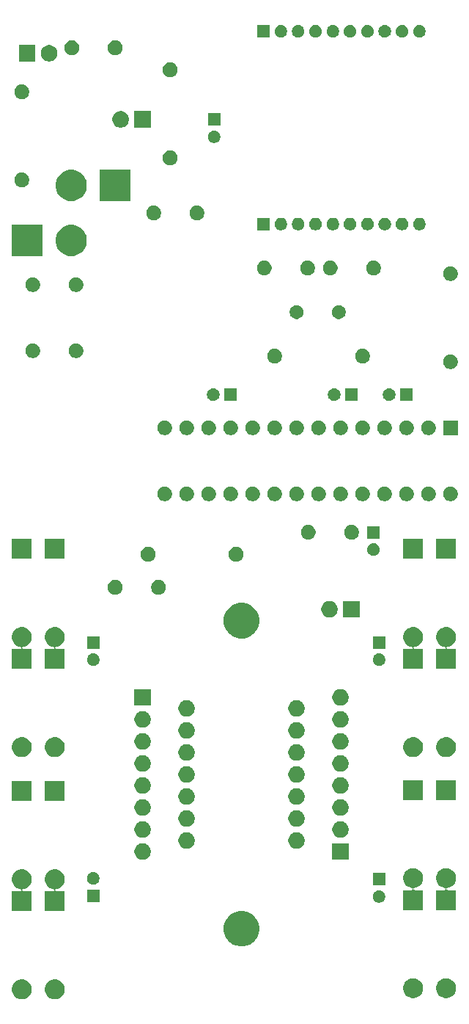
<source format=gbr>
G04 #@! TF.GenerationSoftware,KiCad,Pcbnew,(5.1.5)-3*
G04 #@! TF.CreationDate,2020-02-27T17:39:31-08:00*
G04 #@! TF.ProjectId,MobileCloud,4d6f6269-6c65-4436-9c6f-75642e6b6963,C*
G04 #@! TF.SameCoordinates,Original*
G04 #@! TF.FileFunction,Soldermask,Bot*
G04 #@! TF.FilePolarity,Negative*
%FSLAX46Y46*%
G04 Gerber Fmt 4.6, Leading zero omitted, Abs format (unit mm)*
G04 Created by KiCad (PCBNEW (5.1.5)-3) date 2020-02-27 17:39:31*
%MOMM*%
%LPD*%
G04 APERTURE LIST*
%ADD10C,0.100000*%
G04 APERTURE END LIST*
D10*
G36*
X53564549Y-126506116D02*
G01*
X53675734Y-126528232D01*
X53823850Y-126589584D01*
X53882700Y-126613960D01*
X53885203Y-126614997D01*
X54073720Y-126740960D01*
X54234040Y-126901280D01*
X54360003Y-127089797D01*
X54446768Y-127299266D01*
X54491000Y-127521636D01*
X54491000Y-127748364D01*
X54446768Y-127970734D01*
X54360003Y-128180203D01*
X54234040Y-128368720D01*
X54073720Y-128529040D01*
X53885203Y-128655003D01*
X53885202Y-128655004D01*
X53885201Y-128655004D01*
X53823850Y-128680416D01*
X53675734Y-128741768D01*
X53564549Y-128763884D01*
X53453365Y-128786000D01*
X53226635Y-128786000D01*
X53115451Y-128763884D01*
X53004266Y-128741768D01*
X52856150Y-128680416D01*
X52794799Y-128655004D01*
X52794798Y-128655004D01*
X52794797Y-128655003D01*
X52606280Y-128529040D01*
X52445960Y-128368720D01*
X52319997Y-128180203D01*
X52233232Y-127970734D01*
X52189000Y-127748364D01*
X52189000Y-127521636D01*
X52233232Y-127299266D01*
X52319997Y-127089797D01*
X52445960Y-126901280D01*
X52606280Y-126740960D01*
X52794797Y-126614997D01*
X52797301Y-126613960D01*
X52856150Y-126589584D01*
X53004266Y-126528232D01*
X53115451Y-126506116D01*
X53226635Y-126484000D01*
X53453365Y-126484000D01*
X53564549Y-126506116D01*
G37*
G36*
X49754549Y-126506116D02*
G01*
X49865734Y-126528232D01*
X50013850Y-126589584D01*
X50072700Y-126613960D01*
X50075203Y-126614997D01*
X50263720Y-126740960D01*
X50424040Y-126901280D01*
X50550003Y-127089797D01*
X50636768Y-127299266D01*
X50681000Y-127521636D01*
X50681000Y-127748364D01*
X50636768Y-127970734D01*
X50550003Y-128180203D01*
X50424040Y-128368720D01*
X50263720Y-128529040D01*
X50075203Y-128655003D01*
X50075202Y-128655004D01*
X50075201Y-128655004D01*
X50013850Y-128680416D01*
X49865734Y-128741768D01*
X49754549Y-128763884D01*
X49643365Y-128786000D01*
X49416635Y-128786000D01*
X49305451Y-128763884D01*
X49194266Y-128741768D01*
X49046150Y-128680416D01*
X48984799Y-128655004D01*
X48984798Y-128655004D01*
X48984797Y-128655003D01*
X48796280Y-128529040D01*
X48635960Y-128368720D01*
X48509997Y-128180203D01*
X48423232Y-127970734D01*
X48379000Y-127748364D01*
X48379000Y-127521636D01*
X48423232Y-127299266D01*
X48509997Y-127089797D01*
X48635960Y-126901280D01*
X48796280Y-126740960D01*
X48984797Y-126614997D01*
X48987301Y-126613960D01*
X49046150Y-126589584D01*
X49194266Y-126528232D01*
X49305451Y-126506116D01*
X49416635Y-126484000D01*
X49643365Y-126484000D01*
X49754549Y-126506116D01*
G37*
G36*
X94966549Y-126379116D02*
G01*
X95077734Y-126401232D01*
X95225850Y-126462584D01*
X95277554Y-126484000D01*
X95287203Y-126487997D01*
X95475720Y-126613960D01*
X95636040Y-126774280D01*
X95762003Y-126962797D01*
X95848768Y-127172266D01*
X95893000Y-127394636D01*
X95893000Y-127621364D01*
X95848768Y-127843734D01*
X95762003Y-128053203D01*
X95636040Y-128241720D01*
X95475720Y-128402040D01*
X95287203Y-128528003D01*
X95287202Y-128528004D01*
X95287201Y-128528004D01*
X95225850Y-128553416D01*
X95077734Y-128614768D01*
X94966549Y-128636884D01*
X94855365Y-128659000D01*
X94628635Y-128659000D01*
X94517451Y-128636884D01*
X94406266Y-128614768D01*
X94258150Y-128553416D01*
X94196799Y-128528004D01*
X94196798Y-128528004D01*
X94196797Y-128528003D01*
X94008280Y-128402040D01*
X93847960Y-128241720D01*
X93721997Y-128053203D01*
X93635232Y-127843734D01*
X93591000Y-127621364D01*
X93591000Y-127394636D01*
X93635232Y-127172266D01*
X93721997Y-126962797D01*
X93847960Y-126774280D01*
X94008280Y-126613960D01*
X94196797Y-126487997D01*
X94206447Y-126484000D01*
X94258150Y-126462584D01*
X94406266Y-126401232D01*
X94517451Y-126379116D01*
X94628635Y-126357000D01*
X94855365Y-126357000D01*
X94966549Y-126379116D01*
G37*
G36*
X98776549Y-126379116D02*
G01*
X98887734Y-126401232D01*
X99035850Y-126462584D01*
X99087554Y-126484000D01*
X99097203Y-126487997D01*
X99285720Y-126613960D01*
X99446040Y-126774280D01*
X99572003Y-126962797D01*
X99658768Y-127172266D01*
X99703000Y-127394636D01*
X99703000Y-127621364D01*
X99658768Y-127843734D01*
X99572003Y-128053203D01*
X99446040Y-128241720D01*
X99285720Y-128402040D01*
X99097203Y-128528003D01*
X99097202Y-128528004D01*
X99097201Y-128528004D01*
X99035850Y-128553416D01*
X98887734Y-128614768D01*
X98776549Y-128636884D01*
X98665365Y-128659000D01*
X98438635Y-128659000D01*
X98327451Y-128636884D01*
X98216266Y-128614768D01*
X98068150Y-128553416D01*
X98006799Y-128528004D01*
X98006798Y-128528004D01*
X98006797Y-128528003D01*
X97818280Y-128402040D01*
X97657960Y-128241720D01*
X97531997Y-128053203D01*
X97445232Y-127843734D01*
X97401000Y-127621364D01*
X97401000Y-127394636D01*
X97445232Y-127172266D01*
X97531997Y-126962797D01*
X97657960Y-126774280D01*
X97818280Y-126613960D01*
X98006797Y-126487997D01*
X98016447Y-126484000D01*
X98068150Y-126462584D01*
X98216266Y-126401232D01*
X98327451Y-126379116D01*
X98438635Y-126357000D01*
X98665365Y-126357000D01*
X98776549Y-126379116D01*
G37*
G36*
X75528254Y-118677818D02*
G01*
X75901511Y-118832426D01*
X75901513Y-118832427D01*
X76237436Y-119056884D01*
X76523116Y-119342564D01*
X76747574Y-119678489D01*
X76902182Y-120051746D01*
X76981000Y-120447993D01*
X76981000Y-120852007D01*
X76902182Y-121248254D01*
X76747574Y-121621511D01*
X76747573Y-121621513D01*
X76523116Y-121957436D01*
X76237436Y-122243116D01*
X75901513Y-122467573D01*
X75901512Y-122467574D01*
X75901511Y-122467574D01*
X75528254Y-122622182D01*
X75132007Y-122701000D01*
X74727993Y-122701000D01*
X74331746Y-122622182D01*
X73958489Y-122467574D01*
X73958488Y-122467574D01*
X73958487Y-122467573D01*
X73622564Y-122243116D01*
X73336884Y-121957436D01*
X73112427Y-121621513D01*
X73112426Y-121621511D01*
X72957818Y-121248254D01*
X72879000Y-120852007D01*
X72879000Y-120447993D01*
X72957818Y-120051746D01*
X73112426Y-119678489D01*
X73336884Y-119342564D01*
X73622564Y-119056884D01*
X73958487Y-118832427D01*
X73958489Y-118832426D01*
X74331746Y-118677818D01*
X74727993Y-118599000D01*
X75132007Y-118599000D01*
X75528254Y-118677818D01*
G37*
G36*
X49754549Y-113806116D02*
G01*
X49865734Y-113828232D01*
X50013850Y-113889584D01*
X50072700Y-113913960D01*
X50075203Y-113914997D01*
X50263720Y-114040960D01*
X50424040Y-114201280D01*
X50550003Y-114389797D01*
X50550004Y-114389799D01*
X50636768Y-114599267D01*
X50670430Y-114768494D01*
X50681000Y-114821636D01*
X50681000Y-115048364D01*
X50636768Y-115270734D01*
X50550003Y-115480203D01*
X50424040Y-115668720D01*
X50263720Y-115829040D01*
X50075203Y-115955003D01*
X50075202Y-115955004D01*
X50075201Y-115955004D01*
X50013850Y-115980416D01*
X49865734Y-116041768D01*
X49749192Y-116064950D01*
X49691607Y-116076404D01*
X49668158Y-116083517D01*
X49646547Y-116095068D01*
X49627605Y-116110613D01*
X49612060Y-116129555D01*
X49600509Y-116151166D01*
X49593396Y-116174615D01*
X49590994Y-116199001D01*
X49593396Y-116223387D01*
X49600509Y-116246836D01*
X49612060Y-116268447D01*
X49627605Y-116287389D01*
X49646547Y-116302934D01*
X49668158Y-116314485D01*
X49691607Y-116321598D01*
X49715993Y-116324000D01*
X50681000Y-116324000D01*
X50681000Y-118626000D01*
X48379000Y-118626000D01*
X48379000Y-116324000D01*
X49344007Y-116324000D01*
X49368393Y-116321598D01*
X49391842Y-116314485D01*
X49413453Y-116302934D01*
X49432395Y-116287389D01*
X49447940Y-116268447D01*
X49459491Y-116246836D01*
X49466604Y-116223387D01*
X49469006Y-116199001D01*
X49466604Y-116174615D01*
X49459491Y-116151166D01*
X49447940Y-116129555D01*
X49432395Y-116110613D01*
X49413453Y-116095068D01*
X49391842Y-116083517D01*
X49368393Y-116076404D01*
X49310808Y-116064950D01*
X49194266Y-116041768D01*
X49046150Y-115980416D01*
X48984799Y-115955004D01*
X48984798Y-115955004D01*
X48984797Y-115955003D01*
X48796280Y-115829040D01*
X48635960Y-115668720D01*
X48509997Y-115480203D01*
X48423232Y-115270734D01*
X48379000Y-115048364D01*
X48379000Y-114821636D01*
X48389571Y-114768494D01*
X48423232Y-114599267D01*
X48509996Y-114389799D01*
X48509997Y-114389797D01*
X48635960Y-114201280D01*
X48796280Y-114040960D01*
X48984797Y-113914997D01*
X48987301Y-113913960D01*
X49046150Y-113889584D01*
X49194266Y-113828232D01*
X49305451Y-113806116D01*
X49416635Y-113784000D01*
X49643365Y-113784000D01*
X49754549Y-113806116D01*
G37*
G36*
X53564549Y-113806116D02*
G01*
X53675734Y-113828232D01*
X53823850Y-113889584D01*
X53882700Y-113913960D01*
X53885203Y-113914997D01*
X54073720Y-114040960D01*
X54234040Y-114201280D01*
X54360003Y-114389797D01*
X54360004Y-114389799D01*
X54446768Y-114599267D01*
X54480430Y-114768494D01*
X54491000Y-114821636D01*
X54491000Y-115048364D01*
X54446768Y-115270734D01*
X54360003Y-115480203D01*
X54234040Y-115668720D01*
X54073720Y-115829040D01*
X53885203Y-115955003D01*
X53885202Y-115955004D01*
X53885201Y-115955004D01*
X53823850Y-115980416D01*
X53675734Y-116041768D01*
X53559192Y-116064950D01*
X53501607Y-116076404D01*
X53478158Y-116083517D01*
X53456547Y-116095068D01*
X53437605Y-116110613D01*
X53422060Y-116129555D01*
X53410509Y-116151166D01*
X53403396Y-116174615D01*
X53400994Y-116199001D01*
X53403396Y-116223387D01*
X53410509Y-116246836D01*
X53422060Y-116268447D01*
X53437605Y-116287389D01*
X53456547Y-116302934D01*
X53478158Y-116314485D01*
X53501607Y-116321598D01*
X53525993Y-116324000D01*
X54491000Y-116324000D01*
X54491000Y-118626000D01*
X52189000Y-118626000D01*
X52189000Y-116324000D01*
X53154007Y-116324000D01*
X53178393Y-116321598D01*
X53201842Y-116314485D01*
X53223453Y-116302934D01*
X53242395Y-116287389D01*
X53257940Y-116268447D01*
X53269491Y-116246836D01*
X53276604Y-116223387D01*
X53279006Y-116199001D01*
X53276604Y-116174615D01*
X53269491Y-116151166D01*
X53257940Y-116129555D01*
X53242395Y-116110613D01*
X53223453Y-116095068D01*
X53201842Y-116083517D01*
X53178393Y-116076404D01*
X53120808Y-116064950D01*
X53004266Y-116041768D01*
X52856150Y-115980416D01*
X52794799Y-115955004D01*
X52794798Y-115955004D01*
X52794797Y-115955003D01*
X52606280Y-115829040D01*
X52445960Y-115668720D01*
X52319997Y-115480203D01*
X52233232Y-115270734D01*
X52189000Y-115048364D01*
X52189000Y-114821636D01*
X52199571Y-114768494D01*
X52233232Y-114599267D01*
X52319996Y-114389799D01*
X52319997Y-114389797D01*
X52445960Y-114201280D01*
X52606280Y-114040960D01*
X52794797Y-113914997D01*
X52797301Y-113913960D01*
X52856150Y-113889584D01*
X53004266Y-113828232D01*
X53115451Y-113806116D01*
X53226635Y-113784000D01*
X53453365Y-113784000D01*
X53564549Y-113806116D01*
G37*
G36*
X98776549Y-113679116D02*
G01*
X98887734Y-113701232D01*
X99035850Y-113762584D01*
X99087554Y-113784000D01*
X99097203Y-113787997D01*
X99285720Y-113913960D01*
X99446040Y-114074280D01*
X99572003Y-114262797D01*
X99658768Y-114472266D01*
X99703000Y-114694636D01*
X99703000Y-114921364D01*
X99658768Y-115143734D01*
X99572003Y-115353203D01*
X99446040Y-115541720D01*
X99285720Y-115702040D01*
X99097203Y-115828003D01*
X99097202Y-115828004D01*
X99097201Y-115828004D01*
X99035850Y-115853416D01*
X98887734Y-115914768D01*
X98771192Y-115937950D01*
X98713607Y-115949404D01*
X98690158Y-115956517D01*
X98668547Y-115968068D01*
X98649605Y-115983613D01*
X98634060Y-116002555D01*
X98622509Y-116024166D01*
X98615396Y-116047615D01*
X98612994Y-116072001D01*
X98615396Y-116096387D01*
X98622509Y-116119836D01*
X98634060Y-116141447D01*
X98649605Y-116160389D01*
X98668547Y-116175934D01*
X98690158Y-116187485D01*
X98713607Y-116194598D01*
X98737993Y-116197000D01*
X99703000Y-116197000D01*
X99703000Y-118499000D01*
X97401000Y-118499000D01*
X97401000Y-116197000D01*
X98366007Y-116197000D01*
X98390393Y-116194598D01*
X98413842Y-116187485D01*
X98435453Y-116175934D01*
X98454395Y-116160389D01*
X98469940Y-116141447D01*
X98481491Y-116119836D01*
X98488604Y-116096387D01*
X98491006Y-116072001D01*
X98488604Y-116047615D01*
X98481491Y-116024166D01*
X98469940Y-116002555D01*
X98454395Y-115983613D01*
X98435453Y-115968068D01*
X98413842Y-115956517D01*
X98390393Y-115949404D01*
X98332808Y-115937950D01*
X98216266Y-115914768D01*
X98068150Y-115853416D01*
X98006799Y-115828004D01*
X98006798Y-115828004D01*
X98006797Y-115828003D01*
X97818280Y-115702040D01*
X97657960Y-115541720D01*
X97531997Y-115353203D01*
X97445232Y-115143734D01*
X97401000Y-114921364D01*
X97401000Y-114694636D01*
X97445232Y-114472266D01*
X97531997Y-114262797D01*
X97657960Y-114074280D01*
X97818280Y-113913960D01*
X98006797Y-113787997D01*
X98016447Y-113784000D01*
X98068150Y-113762584D01*
X98216266Y-113701232D01*
X98327451Y-113679116D01*
X98438635Y-113657000D01*
X98665365Y-113657000D01*
X98776549Y-113679116D01*
G37*
G36*
X94966549Y-113679116D02*
G01*
X95077734Y-113701232D01*
X95225850Y-113762584D01*
X95277554Y-113784000D01*
X95287203Y-113787997D01*
X95475720Y-113913960D01*
X95636040Y-114074280D01*
X95762003Y-114262797D01*
X95848768Y-114472266D01*
X95893000Y-114694636D01*
X95893000Y-114921364D01*
X95848768Y-115143734D01*
X95762003Y-115353203D01*
X95636040Y-115541720D01*
X95475720Y-115702040D01*
X95287203Y-115828003D01*
X95287202Y-115828004D01*
X95287201Y-115828004D01*
X95225850Y-115853416D01*
X95077734Y-115914768D01*
X94961192Y-115937950D01*
X94903607Y-115949404D01*
X94880158Y-115956517D01*
X94858547Y-115968068D01*
X94839605Y-115983613D01*
X94824060Y-116002555D01*
X94812509Y-116024166D01*
X94805396Y-116047615D01*
X94802994Y-116072001D01*
X94805396Y-116096387D01*
X94812509Y-116119836D01*
X94824060Y-116141447D01*
X94839605Y-116160389D01*
X94858547Y-116175934D01*
X94880158Y-116187485D01*
X94903607Y-116194598D01*
X94927993Y-116197000D01*
X95893000Y-116197000D01*
X95893000Y-118499000D01*
X93591000Y-118499000D01*
X93591000Y-116197000D01*
X94556007Y-116197000D01*
X94580393Y-116194598D01*
X94603842Y-116187485D01*
X94625453Y-116175934D01*
X94644395Y-116160389D01*
X94659940Y-116141447D01*
X94671491Y-116119836D01*
X94678604Y-116096387D01*
X94681006Y-116072001D01*
X94678604Y-116047615D01*
X94671491Y-116024166D01*
X94659940Y-116002555D01*
X94644395Y-115983613D01*
X94625453Y-115968068D01*
X94603842Y-115956517D01*
X94580393Y-115949404D01*
X94522808Y-115937950D01*
X94406266Y-115914768D01*
X94258150Y-115853416D01*
X94196799Y-115828004D01*
X94196798Y-115828004D01*
X94196797Y-115828003D01*
X94008280Y-115702040D01*
X93847960Y-115541720D01*
X93721997Y-115353203D01*
X93635232Y-115143734D01*
X93591000Y-114921364D01*
X93591000Y-114694636D01*
X93635232Y-114472266D01*
X93721997Y-114262797D01*
X93847960Y-114074280D01*
X94008280Y-113913960D01*
X94196797Y-113787997D01*
X94206447Y-113784000D01*
X94258150Y-113762584D01*
X94406266Y-113701232D01*
X94517451Y-113679116D01*
X94628635Y-113657000D01*
X94855365Y-113657000D01*
X94966549Y-113679116D01*
G37*
G36*
X91016766Y-116236899D02*
G01*
X91148888Y-116291626D01*
X91148890Y-116291627D01*
X91267798Y-116371079D01*
X91368921Y-116472202D01*
X91368922Y-116472204D01*
X91448374Y-116591112D01*
X91503101Y-116723234D01*
X91531000Y-116863494D01*
X91531000Y-117006506D01*
X91503101Y-117146766D01*
X91448374Y-117278888D01*
X91448373Y-117278890D01*
X91368921Y-117397798D01*
X91267798Y-117498921D01*
X91148890Y-117578373D01*
X91148889Y-117578374D01*
X91148888Y-117578374D01*
X91016766Y-117633101D01*
X90876506Y-117661000D01*
X90733494Y-117661000D01*
X90593234Y-117633101D01*
X90461112Y-117578374D01*
X90461111Y-117578374D01*
X90461110Y-117578373D01*
X90342202Y-117498921D01*
X90241079Y-117397798D01*
X90161627Y-117278890D01*
X90161626Y-117278888D01*
X90106899Y-117146766D01*
X90079000Y-117006506D01*
X90079000Y-116863494D01*
X90106899Y-116723234D01*
X90161626Y-116591112D01*
X90241078Y-116472204D01*
X90241079Y-116472202D01*
X90342202Y-116371079D01*
X90461110Y-116291627D01*
X90461112Y-116291626D01*
X90593234Y-116236899D01*
X90733494Y-116209000D01*
X90876506Y-116209000D01*
X91016766Y-116236899D01*
G37*
G36*
X58511000Y-117566000D02*
G01*
X57059000Y-117566000D01*
X57059000Y-116114000D01*
X58511000Y-116114000D01*
X58511000Y-117566000D01*
G37*
G36*
X91531000Y-115661000D02*
G01*
X90079000Y-115661000D01*
X90079000Y-114209000D01*
X91531000Y-114209000D01*
X91531000Y-115661000D01*
G37*
G36*
X57996766Y-114141899D02*
G01*
X58128888Y-114196626D01*
X58128890Y-114196627D01*
X58247798Y-114276079D01*
X58348921Y-114377202D01*
X58428373Y-114496110D01*
X58428374Y-114496112D01*
X58483101Y-114628234D01*
X58511000Y-114768494D01*
X58511000Y-114911506D01*
X58483101Y-115051766D01*
X58445006Y-115143734D01*
X58428373Y-115183890D01*
X58348921Y-115302798D01*
X58247798Y-115403921D01*
X58128890Y-115483373D01*
X58128889Y-115483374D01*
X58128888Y-115483374D01*
X57996766Y-115538101D01*
X57856506Y-115566000D01*
X57713494Y-115566000D01*
X57573234Y-115538101D01*
X57441112Y-115483374D01*
X57441111Y-115483374D01*
X57441110Y-115483373D01*
X57322202Y-115403921D01*
X57221079Y-115302798D01*
X57141627Y-115183890D01*
X57124994Y-115143734D01*
X57086899Y-115051766D01*
X57059000Y-114911506D01*
X57059000Y-114768494D01*
X57086899Y-114628234D01*
X57141626Y-114496112D01*
X57141627Y-114496110D01*
X57221079Y-114377202D01*
X57322202Y-114276079D01*
X57441110Y-114196627D01*
X57441112Y-114196626D01*
X57573234Y-114141899D01*
X57713494Y-114114000D01*
X57856506Y-114114000D01*
X57996766Y-114141899D01*
G37*
G36*
X63777395Y-110845546D02*
G01*
X63950466Y-110917234D01*
X64027818Y-110968919D01*
X64106227Y-111021310D01*
X64238690Y-111153773D01*
X64238691Y-111153775D01*
X64342766Y-111309534D01*
X64414454Y-111482605D01*
X64451000Y-111666333D01*
X64451000Y-111853667D01*
X64414454Y-112037395D01*
X64342766Y-112210466D01*
X64342765Y-112210467D01*
X64238690Y-112366227D01*
X64106227Y-112498690D01*
X64027818Y-112551081D01*
X63950466Y-112602766D01*
X63777395Y-112674454D01*
X63593667Y-112711000D01*
X63406333Y-112711000D01*
X63222605Y-112674454D01*
X63049534Y-112602766D01*
X62972182Y-112551081D01*
X62893773Y-112498690D01*
X62761310Y-112366227D01*
X62657235Y-112210467D01*
X62657234Y-112210466D01*
X62585546Y-112037395D01*
X62549000Y-111853667D01*
X62549000Y-111666333D01*
X62585546Y-111482605D01*
X62657234Y-111309534D01*
X62761309Y-111153775D01*
X62761310Y-111153773D01*
X62893773Y-111021310D01*
X62972182Y-110968919D01*
X63049534Y-110917234D01*
X63222605Y-110845546D01*
X63406333Y-110809000D01*
X63593667Y-110809000D01*
X63777395Y-110845546D01*
G37*
G36*
X87311000Y-112711000D02*
G01*
X85409000Y-112711000D01*
X85409000Y-110809000D01*
X87311000Y-110809000D01*
X87311000Y-112711000D01*
G37*
G36*
X68857395Y-109575546D02*
G01*
X69030466Y-109647234D01*
X69107818Y-109698919D01*
X69186227Y-109751310D01*
X69318690Y-109883773D01*
X69318691Y-109883775D01*
X69422766Y-110039534D01*
X69494454Y-110212605D01*
X69531000Y-110396333D01*
X69531000Y-110583667D01*
X69494454Y-110767395D01*
X69422766Y-110940466D01*
X69422765Y-110940467D01*
X69318690Y-111096227D01*
X69186227Y-111228690D01*
X69107818Y-111281081D01*
X69030466Y-111332766D01*
X68857395Y-111404454D01*
X68673667Y-111441000D01*
X68486333Y-111441000D01*
X68302605Y-111404454D01*
X68129534Y-111332766D01*
X68052182Y-111281081D01*
X67973773Y-111228690D01*
X67841310Y-111096227D01*
X67737235Y-110940467D01*
X67737234Y-110940466D01*
X67665546Y-110767395D01*
X67629000Y-110583667D01*
X67629000Y-110396333D01*
X67665546Y-110212605D01*
X67737234Y-110039534D01*
X67841309Y-109883775D01*
X67841310Y-109883773D01*
X67973773Y-109751310D01*
X68052182Y-109698919D01*
X68129534Y-109647234D01*
X68302605Y-109575546D01*
X68486333Y-109539000D01*
X68673667Y-109539000D01*
X68857395Y-109575546D01*
G37*
G36*
X81557395Y-109575546D02*
G01*
X81730466Y-109647234D01*
X81807818Y-109698919D01*
X81886227Y-109751310D01*
X82018690Y-109883773D01*
X82018691Y-109883775D01*
X82122766Y-110039534D01*
X82194454Y-110212605D01*
X82231000Y-110396333D01*
X82231000Y-110583667D01*
X82194454Y-110767395D01*
X82122766Y-110940466D01*
X82122765Y-110940467D01*
X82018690Y-111096227D01*
X81886227Y-111228690D01*
X81807818Y-111281081D01*
X81730466Y-111332766D01*
X81557395Y-111404454D01*
X81373667Y-111441000D01*
X81186333Y-111441000D01*
X81002605Y-111404454D01*
X80829534Y-111332766D01*
X80752182Y-111281081D01*
X80673773Y-111228690D01*
X80541310Y-111096227D01*
X80437235Y-110940467D01*
X80437234Y-110940466D01*
X80365546Y-110767395D01*
X80329000Y-110583667D01*
X80329000Y-110396333D01*
X80365546Y-110212605D01*
X80437234Y-110039534D01*
X80541309Y-109883775D01*
X80541310Y-109883773D01*
X80673773Y-109751310D01*
X80752182Y-109698919D01*
X80829534Y-109647234D01*
X81002605Y-109575546D01*
X81186333Y-109539000D01*
X81373667Y-109539000D01*
X81557395Y-109575546D01*
G37*
G36*
X63777395Y-108305546D02*
G01*
X63950466Y-108377234D01*
X64027818Y-108428919D01*
X64106227Y-108481310D01*
X64238690Y-108613773D01*
X64238691Y-108613775D01*
X64342766Y-108769534D01*
X64414454Y-108942605D01*
X64451000Y-109126333D01*
X64451000Y-109313667D01*
X64414454Y-109497395D01*
X64342766Y-109670466D01*
X64342765Y-109670467D01*
X64238690Y-109826227D01*
X64106227Y-109958690D01*
X64027818Y-110011081D01*
X63950466Y-110062766D01*
X63777395Y-110134454D01*
X63593667Y-110171000D01*
X63406333Y-110171000D01*
X63222605Y-110134454D01*
X63049534Y-110062766D01*
X62972182Y-110011081D01*
X62893773Y-109958690D01*
X62761310Y-109826227D01*
X62657235Y-109670467D01*
X62657234Y-109670466D01*
X62585546Y-109497395D01*
X62549000Y-109313667D01*
X62549000Y-109126333D01*
X62585546Y-108942605D01*
X62657234Y-108769534D01*
X62761309Y-108613775D01*
X62761310Y-108613773D01*
X62893773Y-108481310D01*
X62972182Y-108428919D01*
X63049534Y-108377234D01*
X63222605Y-108305546D01*
X63406333Y-108269000D01*
X63593667Y-108269000D01*
X63777395Y-108305546D01*
G37*
G36*
X86637395Y-108305546D02*
G01*
X86810466Y-108377234D01*
X86887818Y-108428919D01*
X86966227Y-108481310D01*
X87098690Y-108613773D01*
X87098691Y-108613775D01*
X87202766Y-108769534D01*
X87274454Y-108942605D01*
X87311000Y-109126333D01*
X87311000Y-109313667D01*
X87274454Y-109497395D01*
X87202766Y-109670466D01*
X87202765Y-109670467D01*
X87098690Y-109826227D01*
X86966227Y-109958690D01*
X86887818Y-110011081D01*
X86810466Y-110062766D01*
X86637395Y-110134454D01*
X86453667Y-110171000D01*
X86266333Y-110171000D01*
X86082605Y-110134454D01*
X85909534Y-110062766D01*
X85832182Y-110011081D01*
X85753773Y-109958690D01*
X85621310Y-109826227D01*
X85517235Y-109670467D01*
X85517234Y-109670466D01*
X85445546Y-109497395D01*
X85409000Y-109313667D01*
X85409000Y-109126333D01*
X85445546Y-108942605D01*
X85517234Y-108769534D01*
X85621309Y-108613775D01*
X85621310Y-108613773D01*
X85753773Y-108481310D01*
X85832182Y-108428919D01*
X85909534Y-108377234D01*
X86082605Y-108305546D01*
X86266333Y-108269000D01*
X86453667Y-108269000D01*
X86637395Y-108305546D01*
G37*
G36*
X68857395Y-107035546D02*
G01*
X69030466Y-107107234D01*
X69107818Y-107158919D01*
X69186227Y-107211310D01*
X69318690Y-107343773D01*
X69318691Y-107343775D01*
X69422766Y-107499534D01*
X69494454Y-107672605D01*
X69531000Y-107856333D01*
X69531000Y-108043667D01*
X69494454Y-108227395D01*
X69422766Y-108400466D01*
X69422765Y-108400467D01*
X69318690Y-108556227D01*
X69186227Y-108688690D01*
X69107818Y-108741081D01*
X69030466Y-108792766D01*
X68857395Y-108864454D01*
X68673667Y-108901000D01*
X68486333Y-108901000D01*
X68302605Y-108864454D01*
X68129534Y-108792766D01*
X68052182Y-108741081D01*
X67973773Y-108688690D01*
X67841310Y-108556227D01*
X67737235Y-108400467D01*
X67737234Y-108400466D01*
X67665546Y-108227395D01*
X67629000Y-108043667D01*
X67629000Y-107856333D01*
X67665546Y-107672605D01*
X67737234Y-107499534D01*
X67841309Y-107343775D01*
X67841310Y-107343773D01*
X67973773Y-107211310D01*
X68052182Y-107158919D01*
X68129534Y-107107234D01*
X68302605Y-107035546D01*
X68486333Y-106999000D01*
X68673667Y-106999000D01*
X68857395Y-107035546D01*
G37*
G36*
X81557395Y-107035546D02*
G01*
X81730466Y-107107234D01*
X81807818Y-107158919D01*
X81886227Y-107211310D01*
X82018690Y-107343773D01*
X82018691Y-107343775D01*
X82122766Y-107499534D01*
X82194454Y-107672605D01*
X82231000Y-107856333D01*
X82231000Y-108043667D01*
X82194454Y-108227395D01*
X82122766Y-108400466D01*
X82122765Y-108400467D01*
X82018690Y-108556227D01*
X81886227Y-108688690D01*
X81807818Y-108741081D01*
X81730466Y-108792766D01*
X81557395Y-108864454D01*
X81373667Y-108901000D01*
X81186333Y-108901000D01*
X81002605Y-108864454D01*
X80829534Y-108792766D01*
X80752182Y-108741081D01*
X80673773Y-108688690D01*
X80541310Y-108556227D01*
X80437235Y-108400467D01*
X80437234Y-108400466D01*
X80365546Y-108227395D01*
X80329000Y-108043667D01*
X80329000Y-107856333D01*
X80365546Y-107672605D01*
X80437234Y-107499534D01*
X80541309Y-107343775D01*
X80541310Y-107343773D01*
X80673773Y-107211310D01*
X80752182Y-107158919D01*
X80829534Y-107107234D01*
X81002605Y-107035546D01*
X81186333Y-106999000D01*
X81373667Y-106999000D01*
X81557395Y-107035546D01*
G37*
G36*
X63777395Y-105765546D02*
G01*
X63950466Y-105837234D01*
X64027818Y-105888919D01*
X64106227Y-105941310D01*
X64238690Y-106073773D01*
X64238691Y-106073775D01*
X64342766Y-106229534D01*
X64414454Y-106402605D01*
X64451000Y-106586333D01*
X64451000Y-106773667D01*
X64414454Y-106957395D01*
X64342766Y-107130466D01*
X64342765Y-107130467D01*
X64238690Y-107286227D01*
X64106227Y-107418690D01*
X64027818Y-107471081D01*
X63950466Y-107522766D01*
X63777395Y-107594454D01*
X63593667Y-107631000D01*
X63406333Y-107631000D01*
X63222605Y-107594454D01*
X63049534Y-107522766D01*
X62972182Y-107471081D01*
X62893773Y-107418690D01*
X62761310Y-107286227D01*
X62657235Y-107130467D01*
X62657234Y-107130466D01*
X62585546Y-106957395D01*
X62549000Y-106773667D01*
X62549000Y-106586333D01*
X62585546Y-106402605D01*
X62657234Y-106229534D01*
X62761309Y-106073775D01*
X62761310Y-106073773D01*
X62893773Y-105941310D01*
X62972182Y-105888919D01*
X63049534Y-105837234D01*
X63222605Y-105765546D01*
X63406333Y-105729000D01*
X63593667Y-105729000D01*
X63777395Y-105765546D01*
G37*
G36*
X86637395Y-105765546D02*
G01*
X86810466Y-105837234D01*
X86887818Y-105888919D01*
X86966227Y-105941310D01*
X87098690Y-106073773D01*
X87098691Y-106073775D01*
X87202766Y-106229534D01*
X87274454Y-106402605D01*
X87311000Y-106586333D01*
X87311000Y-106773667D01*
X87274454Y-106957395D01*
X87202766Y-107130466D01*
X87202765Y-107130467D01*
X87098690Y-107286227D01*
X86966227Y-107418690D01*
X86887818Y-107471081D01*
X86810466Y-107522766D01*
X86637395Y-107594454D01*
X86453667Y-107631000D01*
X86266333Y-107631000D01*
X86082605Y-107594454D01*
X85909534Y-107522766D01*
X85832182Y-107471081D01*
X85753773Y-107418690D01*
X85621310Y-107286227D01*
X85517235Y-107130467D01*
X85517234Y-107130466D01*
X85445546Y-106957395D01*
X85409000Y-106773667D01*
X85409000Y-106586333D01*
X85445546Y-106402605D01*
X85517234Y-106229534D01*
X85621309Y-106073775D01*
X85621310Y-106073773D01*
X85753773Y-105941310D01*
X85832182Y-105888919D01*
X85909534Y-105837234D01*
X86082605Y-105765546D01*
X86266333Y-105729000D01*
X86453667Y-105729000D01*
X86637395Y-105765546D01*
G37*
G36*
X81557395Y-104495546D02*
G01*
X81730466Y-104567234D01*
X81807818Y-104618919D01*
X81886227Y-104671310D01*
X82018690Y-104803773D01*
X82018691Y-104803775D01*
X82122766Y-104959534D01*
X82194454Y-105132605D01*
X82231000Y-105316333D01*
X82231000Y-105503667D01*
X82194454Y-105687395D01*
X82122766Y-105860466D01*
X82071081Y-105937818D01*
X82018690Y-106016227D01*
X81886227Y-106148690D01*
X81807818Y-106201081D01*
X81730466Y-106252766D01*
X81557395Y-106324454D01*
X81373667Y-106361000D01*
X81186333Y-106361000D01*
X81002605Y-106324454D01*
X80829534Y-106252766D01*
X80752182Y-106201081D01*
X80673773Y-106148690D01*
X80541310Y-106016227D01*
X80488919Y-105937818D01*
X80437234Y-105860466D01*
X80365546Y-105687395D01*
X80329000Y-105503667D01*
X80329000Y-105316333D01*
X80365546Y-105132605D01*
X80437234Y-104959534D01*
X80541309Y-104803775D01*
X80541310Y-104803773D01*
X80673773Y-104671310D01*
X80752182Y-104618919D01*
X80829534Y-104567234D01*
X81002605Y-104495546D01*
X81186333Y-104459000D01*
X81373667Y-104459000D01*
X81557395Y-104495546D01*
G37*
G36*
X68857395Y-104495546D02*
G01*
X69030466Y-104567234D01*
X69107818Y-104618919D01*
X69186227Y-104671310D01*
X69318690Y-104803773D01*
X69318691Y-104803775D01*
X69422766Y-104959534D01*
X69494454Y-105132605D01*
X69531000Y-105316333D01*
X69531000Y-105503667D01*
X69494454Y-105687395D01*
X69422766Y-105860466D01*
X69371081Y-105937818D01*
X69318690Y-106016227D01*
X69186227Y-106148690D01*
X69107818Y-106201081D01*
X69030466Y-106252766D01*
X68857395Y-106324454D01*
X68673667Y-106361000D01*
X68486333Y-106361000D01*
X68302605Y-106324454D01*
X68129534Y-106252766D01*
X68052182Y-106201081D01*
X67973773Y-106148690D01*
X67841310Y-106016227D01*
X67788919Y-105937818D01*
X67737234Y-105860466D01*
X67665546Y-105687395D01*
X67629000Y-105503667D01*
X67629000Y-105316333D01*
X67665546Y-105132605D01*
X67737234Y-104959534D01*
X67841309Y-104803775D01*
X67841310Y-104803773D01*
X67973773Y-104671310D01*
X68052182Y-104618919D01*
X68129534Y-104567234D01*
X68302605Y-104495546D01*
X68486333Y-104459000D01*
X68673667Y-104459000D01*
X68857395Y-104495546D01*
G37*
G36*
X54491000Y-105926000D02*
G01*
X52189000Y-105926000D01*
X52189000Y-103624000D01*
X54491000Y-103624000D01*
X54491000Y-105926000D01*
G37*
G36*
X50681000Y-105926000D02*
G01*
X48379000Y-105926000D01*
X48379000Y-103624000D01*
X50681000Y-103624000D01*
X50681000Y-105926000D01*
G37*
G36*
X99703000Y-105799000D02*
G01*
X97401000Y-105799000D01*
X97401000Y-103497000D01*
X99703000Y-103497000D01*
X99703000Y-105799000D01*
G37*
G36*
X95893000Y-105799000D02*
G01*
X93591000Y-105799000D01*
X93591000Y-103497000D01*
X95893000Y-103497000D01*
X95893000Y-105799000D01*
G37*
G36*
X86637395Y-103225546D02*
G01*
X86810466Y-103297234D01*
X86887818Y-103348919D01*
X86966227Y-103401310D01*
X87098690Y-103533773D01*
X87098691Y-103533775D01*
X87202766Y-103689534D01*
X87274454Y-103862605D01*
X87311000Y-104046333D01*
X87311000Y-104233667D01*
X87274454Y-104417395D01*
X87202766Y-104590466D01*
X87202765Y-104590467D01*
X87098690Y-104746227D01*
X86966227Y-104878690D01*
X86887818Y-104931081D01*
X86810466Y-104982766D01*
X86637395Y-105054454D01*
X86453667Y-105091000D01*
X86266333Y-105091000D01*
X86082605Y-105054454D01*
X85909534Y-104982766D01*
X85832182Y-104931081D01*
X85753773Y-104878690D01*
X85621310Y-104746227D01*
X85517235Y-104590467D01*
X85517234Y-104590466D01*
X85445546Y-104417395D01*
X85409000Y-104233667D01*
X85409000Y-104046333D01*
X85445546Y-103862605D01*
X85517234Y-103689534D01*
X85621309Y-103533775D01*
X85621310Y-103533773D01*
X85753773Y-103401310D01*
X85832182Y-103348919D01*
X85909534Y-103297234D01*
X86082605Y-103225546D01*
X86266333Y-103189000D01*
X86453667Y-103189000D01*
X86637395Y-103225546D01*
G37*
G36*
X63777395Y-103225546D02*
G01*
X63950466Y-103297234D01*
X64027818Y-103348919D01*
X64106227Y-103401310D01*
X64238690Y-103533773D01*
X64238691Y-103533775D01*
X64342766Y-103689534D01*
X64414454Y-103862605D01*
X64451000Y-104046333D01*
X64451000Y-104233667D01*
X64414454Y-104417395D01*
X64342766Y-104590466D01*
X64342765Y-104590467D01*
X64238690Y-104746227D01*
X64106227Y-104878690D01*
X64027818Y-104931081D01*
X63950466Y-104982766D01*
X63777395Y-105054454D01*
X63593667Y-105091000D01*
X63406333Y-105091000D01*
X63222605Y-105054454D01*
X63049534Y-104982766D01*
X62972182Y-104931081D01*
X62893773Y-104878690D01*
X62761310Y-104746227D01*
X62657235Y-104590467D01*
X62657234Y-104590466D01*
X62585546Y-104417395D01*
X62549000Y-104233667D01*
X62549000Y-104046333D01*
X62585546Y-103862605D01*
X62657234Y-103689534D01*
X62761309Y-103533775D01*
X62761310Y-103533773D01*
X62893773Y-103401310D01*
X62972182Y-103348919D01*
X63049534Y-103297234D01*
X63222605Y-103225546D01*
X63406333Y-103189000D01*
X63593667Y-103189000D01*
X63777395Y-103225546D01*
G37*
G36*
X68857395Y-101955546D02*
G01*
X69030466Y-102027234D01*
X69107818Y-102078919D01*
X69186227Y-102131310D01*
X69318690Y-102263773D01*
X69318691Y-102263775D01*
X69422766Y-102419534D01*
X69494454Y-102592605D01*
X69531000Y-102776333D01*
X69531000Y-102963667D01*
X69494454Y-103147395D01*
X69422766Y-103320466D01*
X69422765Y-103320467D01*
X69318690Y-103476227D01*
X69186227Y-103608690D01*
X69107818Y-103661081D01*
X69030466Y-103712766D01*
X68857395Y-103784454D01*
X68673667Y-103821000D01*
X68486333Y-103821000D01*
X68302605Y-103784454D01*
X68129534Y-103712766D01*
X68052182Y-103661081D01*
X67973773Y-103608690D01*
X67841310Y-103476227D01*
X67737235Y-103320467D01*
X67737234Y-103320466D01*
X67665546Y-103147395D01*
X67629000Y-102963667D01*
X67629000Y-102776333D01*
X67665546Y-102592605D01*
X67737234Y-102419534D01*
X67841309Y-102263775D01*
X67841310Y-102263773D01*
X67973773Y-102131310D01*
X68052182Y-102078919D01*
X68129534Y-102027234D01*
X68302605Y-101955546D01*
X68486333Y-101919000D01*
X68673667Y-101919000D01*
X68857395Y-101955546D01*
G37*
G36*
X81557395Y-101955546D02*
G01*
X81730466Y-102027234D01*
X81807818Y-102078919D01*
X81886227Y-102131310D01*
X82018690Y-102263773D01*
X82018691Y-102263775D01*
X82122766Y-102419534D01*
X82194454Y-102592605D01*
X82231000Y-102776333D01*
X82231000Y-102963667D01*
X82194454Y-103147395D01*
X82122766Y-103320466D01*
X82122765Y-103320467D01*
X82018690Y-103476227D01*
X81886227Y-103608690D01*
X81807818Y-103661081D01*
X81730466Y-103712766D01*
X81557395Y-103784454D01*
X81373667Y-103821000D01*
X81186333Y-103821000D01*
X81002605Y-103784454D01*
X80829534Y-103712766D01*
X80752182Y-103661081D01*
X80673773Y-103608690D01*
X80541310Y-103476227D01*
X80437235Y-103320467D01*
X80437234Y-103320466D01*
X80365546Y-103147395D01*
X80329000Y-102963667D01*
X80329000Y-102776333D01*
X80365546Y-102592605D01*
X80437234Y-102419534D01*
X80541309Y-102263775D01*
X80541310Y-102263773D01*
X80673773Y-102131310D01*
X80752182Y-102078919D01*
X80829534Y-102027234D01*
X81002605Y-101955546D01*
X81186333Y-101919000D01*
X81373667Y-101919000D01*
X81557395Y-101955546D01*
G37*
G36*
X86637395Y-100685546D02*
G01*
X86810466Y-100757234D01*
X86877116Y-100801768D01*
X86966227Y-100861310D01*
X87098690Y-100993773D01*
X87098691Y-100993775D01*
X87202766Y-101149534D01*
X87274454Y-101322605D01*
X87311000Y-101506333D01*
X87311000Y-101693667D01*
X87274454Y-101877395D01*
X87202766Y-102050466D01*
X87202765Y-102050467D01*
X87098690Y-102206227D01*
X86966227Y-102338690D01*
X86887818Y-102391081D01*
X86810466Y-102442766D01*
X86637395Y-102514454D01*
X86453667Y-102551000D01*
X86266333Y-102551000D01*
X86082605Y-102514454D01*
X85909534Y-102442766D01*
X85832182Y-102391081D01*
X85753773Y-102338690D01*
X85621310Y-102206227D01*
X85517235Y-102050467D01*
X85517234Y-102050466D01*
X85445546Y-101877395D01*
X85409000Y-101693667D01*
X85409000Y-101506333D01*
X85445546Y-101322605D01*
X85517234Y-101149534D01*
X85621309Y-100993775D01*
X85621310Y-100993773D01*
X85753773Y-100861310D01*
X85842884Y-100801768D01*
X85909534Y-100757234D01*
X86082605Y-100685546D01*
X86266333Y-100649000D01*
X86453667Y-100649000D01*
X86637395Y-100685546D01*
G37*
G36*
X63777395Y-100685546D02*
G01*
X63950466Y-100757234D01*
X64017116Y-100801768D01*
X64106227Y-100861310D01*
X64238690Y-100993773D01*
X64238691Y-100993775D01*
X64342766Y-101149534D01*
X64414454Y-101322605D01*
X64451000Y-101506333D01*
X64451000Y-101693667D01*
X64414454Y-101877395D01*
X64342766Y-102050466D01*
X64342765Y-102050467D01*
X64238690Y-102206227D01*
X64106227Y-102338690D01*
X64027818Y-102391081D01*
X63950466Y-102442766D01*
X63777395Y-102514454D01*
X63593667Y-102551000D01*
X63406333Y-102551000D01*
X63222605Y-102514454D01*
X63049534Y-102442766D01*
X62972182Y-102391081D01*
X62893773Y-102338690D01*
X62761310Y-102206227D01*
X62657235Y-102050467D01*
X62657234Y-102050466D01*
X62585546Y-101877395D01*
X62549000Y-101693667D01*
X62549000Y-101506333D01*
X62585546Y-101322605D01*
X62657234Y-101149534D01*
X62761309Y-100993775D01*
X62761310Y-100993773D01*
X62893773Y-100861310D01*
X62982884Y-100801768D01*
X63049534Y-100757234D01*
X63222605Y-100685546D01*
X63406333Y-100649000D01*
X63593667Y-100649000D01*
X63777395Y-100685546D01*
G37*
G36*
X81557395Y-99415546D02*
G01*
X81730466Y-99487234D01*
X81807818Y-99538919D01*
X81886227Y-99591310D01*
X82018690Y-99723773D01*
X82018691Y-99723775D01*
X82122766Y-99879534D01*
X82194454Y-100052605D01*
X82231000Y-100236333D01*
X82231000Y-100423667D01*
X82194454Y-100607395D01*
X82122766Y-100780466D01*
X82071081Y-100857818D01*
X82018690Y-100936227D01*
X81886227Y-101068690D01*
X81807818Y-101121081D01*
X81730466Y-101172766D01*
X81557395Y-101244454D01*
X81373667Y-101281000D01*
X81186333Y-101281000D01*
X81002605Y-101244454D01*
X80829534Y-101172766D01*
X80752182Y-101121081D01*
X80673773Y-101068690D01*
X80541310Y-100936227D01*
X80488919Y-100857818D01*
X80437234Y-100780466D01*
X80365546Y-100607395D01*
X80329000Y-100423667D01*
X80329000Y-100236333D01*
X80365546Y-100052605D01*
X80437234Y-99879534D01*
X80541309Y-99723775D01*
X80541310Y-99723773D01*
X80673773Y-99591310D01*
X80752182Y-99538919D01*
X80829534Y-99487234D01*
X81002605Y-99415546D01*
X81186333Y-99379000D01*
X81373667Y-99379000D01*
X81557395Y-99415546D01*
G37*
G36*
X68857395Y-99415546D02*
G01*
X69030466Y-99487234D01*
X69107818Y-99538919D01*
X69186227Y-99591310D01*
X69318690Y-99723773D01*
X69318691Y-99723775D01*
X69422766Y-99879534D01*
X69494454Y-100052605D01*
X69531000Y-100236333D01*
X69531000Y-100423667D01*
X69494454Y-100607395D01*
X69422766Y-100780466D01*
X69371081Y-100857818D01*
X69318690Y-100936227D01*
X69186227Y-101068690D01*
X69107818Y-101121081D01*
X69030466Y-101172766D01*
X68857395Y-101244454D01*
X68673667Y-101281000D01*
X68486333Y-101281000D01*
X68302605Y-101244454D01*
X68129534Y-101172766D01*
X68052182Y-101121081D01*
X67973773Y-101068690D01*
X67841310Y-100936227D01*
X67788919Y-100857818D01*
X67737234Y-100780466D01*
X67665546Y-100607395D01*
X67629000Y-100423667D01*
X67629000Y-100236333D01*
X67665546Y-100052605D01*
X67737234Y-99879534D01*
X67841309Y-99723775D01*
X67841310Y-99723773D01*
X67973773Y-99591310D01*
X68052182Y-99538919D01*
X68129534Y-99487234D01*
X68302605Y-99415546D01*
X68486333Y-99379000D01*
X68673667Y-99379000D01*
X68857395Y-99415546D01*
G37*
G36*
X94966549Y-98566116D02*
G01*
X95077734Y-98588232D01*
X95287203Y-98674997D01*
X95475720Y-98800960D01*
X95636040Y-98961280D01*
X95762003Y-99149797D01*
X95839709Y-99337395D01*
X95848768Y-99359267D01*
X95893000Y-99581635D01*
X95893000Y-99808365D01*
X95874223Y-99902765D01*
X95848768Y-100030734D01*
X95762003Y-100240203D01*
X95636040Y-100428720D01*
X95475720Y-100589040D01*
X95287203Y-100715003D01*
X95077734Y-100801768D01*
X94966549Y-100823884D01*
X94855365Y-100846000D01*
X94628635Y-100846000D01*
X94517451Y-100823884D01*
X94406266Y-100801768D01*
X94196797Y-100715003D01*
X94008280Y-100589040D01*
X93847960Y-100428720D01*
X93721997Y-100240203D01*
X93635232Y-100030734D01*
X93609777Y-99902765D01*
X93591000Y-99808365D01*
X93591000Y-99581635D01*
X93635232Y-99359267D01*
X93644292Y-99337395D01*
X93721997Y-99149797D01*
X93847960Y-98961280D01*
X94008280Y-98800960D01*
X94196797Y-98674997D01*
X94406266Y-98588232D01*
X94517451Y-98566116D01*
X94628635Y-98544000D01*
X94855365Y-98544000D01*
X94966549Y-98566116D01*
G37*
G36*
X98776549Y-98566116D02*
G01*
X98887734Y-98588232D01*
X99097203Y-98674997D01*
X99285720Y-98800960D01*
X99446040Y-98961280D01*
X99572003Y-99149797D01*
X99649709Y-99337395D01*
X99658768Y-99359267D01*
X99703000Y-99581635D01*
X99703000Y-99808365D01*
X99684223Y-99902765D01*
X99658768Y-100030734D01*
X99572003Y-100240203D01*
X99446040Y-100428720D01*
X99285720Y-100589040D01*
X99097203Y-100715003D01*
X98887734Y-100801768D01*
X98776549Y-100823884D01*
X98665365Y-100846000D01*
X98438635Y-100846000D01*
X98327451Y-100823884D01*
X98216266Y-100801768D01*
X98006797Y-100715003D01*
X97818280Y-100589040D01*
X97657960Y-100428720D01*
X97531997Y-100240203D01*
X97445232Y-100030734D01*
X97419777Y-99902765D01*
X97401000Y-99808365D01*
X97401000Y-99581635D01*
X97445232Y-99359267D01*
X97454292Y-99337395D01*
X97531997Y-99149797D01*
X97657960Y-98961280D01*
X97818280Y-98800960D01*
X98006797Y-98674997D01*
X98216266Y-98588232D01*
X98327451Y-98566116D01*
X98438635Y-98544000D01*
X98665365Y-98544000D01*
X98776549Y-98566116D01*
G37*
G36*
X53564549Y-98566116D02*
G01*
X53675734Y-98588232D01*
X53885203Y-98674997D01*
X54073720Y-98800960D01*
X54234040Y-98961280D01*
X54360003Y-99149797D01*
X54437709Y-99337395D01*
X54446768Y-99359267D01*
X54491000Y-99581635D01*
X54491000Y-99808365D01*
X54472223Y-99902765D01*
X54446768Y-100030734D01*
X54360003Y-100240203D01*
X54234040Y-100428720D01*
X54073720Y-100589040D01*
X53885203Y-100715003D01*
X53675734Y-100801768D01*
X53564549Y-100823884D01*
X53453365Y-100846000D01*
X53226635Y-100846000D01*
X53115451Y-100823884D01*
X53004266Y-100801768D01*
X52794797Y-100715003D01*
X52606280Y-100589040D01*
X52445960Y-100428720D01*
X52319997Y-100240203D01*
X52233232Y-100030734D01*
X52207777Y-99902765D01*
X52189000Y-99808365D01*
X52189000Y-99581635D01*
X52233232Y-99359267D01*
X52242292Y-99337395D01*
X52319997Y-99149797D01*
X52445960Y-98961280D01*
X52606280Y-98800960D01*
X52794797Y-98674997D01*
X53004266Y-98588232D01*
X53115451Y-98566116D01*
X53226635Y-98544000D01*
X53453365Y-98544000D01*
X53564549Y-98566116D01*
G37*
G36*
X49754549Y-98566116D02*
G01*
X49865734Y-98588232D01*
X50075203Y-98674997D01*
X50263720Y-98800960D01*
X50424040Y-98961280D01*
X50550003Y-99149797D01*
X50627709Y-99337395D01*
X50636768Y-99359267D01*
X50681000Y-99581635D01*
X50681000Y-99808365D01*
X50662223Y-99902765D01*
X50636768Y-100030734D01*
X50550003Y-100240203D01*
X50424040Y-100428720D01*
X50263720Y-100589040D01*
X50075203Y-100715003D01*
X49865734Y-100801768D01*
X49754549Y-100823884D01*
X49643365Y-100846000D01*
X49416635Y-100846000D01*
X49305451Y-100823884D01*
X49194266Y-100801768D01*
X48984797Y-100715003D01*
X48796280Y-100589040D01*
X48635960Y-100428720D01*
X48509997Y-100240203D01*
X48423232Y-100030734D01*
X48397777Y-99902765D01*
X48379000Y-99808365D01*
X48379000Y-99581635D01*
X48423232Y-99359267D01*
X48432292Y-99337395D01*
X48509997Y-99149797D01*
X48635960Y-98961280D01*
X48796280Y-98800960D01*
X48984797Y-98674997D01*
X49194266Y-98588232D01*
X49305451Y-98566116D01*
X49416635Y-98544000D01*
X49643365Y-98544000D01*
X49754549Y-98566116D01*
G37*
G36*
X63777395Y-98145546D02*
G01*
X63950466Y-98217234D01*
X64027818Y-98268919D01*
X64106227Y-98321310D01*
X64238690Y-98453773D01*
X64238691Y-98453775D01*
X64342766Y-98609534D01*
X64414454Y-98782605D01*
X64451000Y-98966333D01*
X64451000Y-99153667D01*
X64414454Y-99337395D01*
X64342766Y-99510466D01*
X64342765Y-99510467D01*
X64238690Y-99666227D01*
X64106227Y-99798690D01*
X64091747Y-99808365D01*
X63950466Y-99902766D01*
X63777395Y-99974454D01*
X63593667Y-100011000D01*
X63406333Y-100011000D01*
X63222605Y-99974454D01*
X63049534Y-99902766D01*
X62908253Y-99808365D01*
X62893773Y-99798690D01*
X62761310Y-99666227D01*
X62657235Y-99510467D01*
X62657234Y-99510466D01*
X62585546Y-99337395D01*
X62549000Y-99153667D01*
X62549000Y-98966333D01*
X62585546Y-98782605D01*
X62657234Y-98609534D01*
X62761309Y-98453775D01*
X62761310Y-98453773D01*
X62893773Y-98321310D01*
X62972182Y-98268919D01*
X63049534Y-98217234D01*
X63222605Y-98145546D01*
X63406333Y-98109000D01*
X63593667Y-98109000D01*
X63777395Y-98145546D01*
G37*
G36*
X86637395Y-98145546D02*
G01*
X86810466Y-98217234D01*
X86887818Y-98268919D01*
X86966227Y-98321310D01*
X87098690Y-98453773D01*
X87098691Y-98453775D01*
X87202766Y-98609534D01*
X87274454Y-98782605D01*
X87311000Y-98966333D01*
X87311000Y-99153667D01*
X87274454Y-99337395D01*
X87202766Y-99510466D01*
X87202765Y-99510467D01*
X87098690Y-99666227D01*
X86966227Y-99798690D01*
X86951747Y-99808365D01*
X86810466Y-99902766D01*
X86637395Y-99974454D01*
X86453667Y-100011000D01*
X86266333Y-100011000D01*
X86082605Y-99974454D01*
X85909534Y-99902766D01*
X85768253Y-99808365D01*
X85753773Y-99798690D01*
X85621310Y-99666227D01*
X85517235Y-99510467D01*
X85517234Y-99510466D01*
X85445546Y-99337395D01*
X85409000Y-99153667D01*
X85409000Y-98966333D01*
X85445546Y-98782605D01*
X85517234Y-98609534D01*
X85621309Y-98453775D01*
X85621310Y-98453773D01*
X85753773Y-98321310D01*
X85832182Y-98268919D01*
X85909534Y-98217234D01*
X86082605Y-98145546D01*
X86266333Y-98109000D01*
X86453667Y-98109000D01*
X86637395Y-98145546D01*
G37*
G36*
X81557395Y-96875546D02*
G01*
X81730466Y-96947234D01*
X81807818Y-96998919D01*
X81886227Y-97051310D01*
X82018690Y-97183773D01*
X82018691Y-97183775D01*
X82122766Y-97339534D01*
X82194454Y-97512605D01*
X82231000Y-97696333D01*
X82231000Y-97883667D01*
X82194454Y-98067395D01*
X82122766Y-98240466D01*
X82122765Y-98240467D01*
X82018690Y-98396227D01*
X81886227Y-98528690D01*
X81807818Y-98581081D01*
X81730466Y-98632766D01*
X81557395Y-98704454D01*
X81373667Y-98741000D01*
X81186333Y-98741000D01*
X81002605Y-98704454D01*
X80829534Y-98632766D01*
X80752182Y-98581081D01*
X80673773Y-98528690D01*
X80541310Y-98396227D01*
X80437235Y-98240467D01*
X80437234Y-98240466D01*
X80365546Y-98067395D01*
X80329000Y-97883667D01*
X80329000Y-97696333D01*
X80365546Y-97512605D01*
X80437234Y-97339534D01*
X80541309Y-97183775D01*
X80541310Y-97183773D01*
X80673773Y-97051310D01*
X80752182Y-96998919D01*
X80829534Y-96947234D01*
X81002605Y-96875546D01*
X81186333Y-96839000D01*
X81373667Y-96839000D01*
X81557395Y-96875546D01*
G37*
G36*
X68857395Y-96875546D02*
G01*
X69030466Y-96947234D01*
X69107818Y-96998919D01*
X69186227Y-97051310D01*
X69318690Y-97183773D01*
X69318691Y-97183775D01*
X69422766Y-97339534D01*
X69494454Y-97512605D01*
X69531000Y-97696333D01*
X69531000Y-97883667D01*
X69494454Y-98067395D01*
X69422766Y-98240466D01*
X69422765Y-98240467D01*
X69318690Y-98396227D01*
X69186227Y-98528690D01*
X69107818Y-98581081D01*
X69030466Y-98632766D01*
X68857395Y-98704454D01*
X68673667Y-98741000D01*
X68486333Y-98741000D01*
X68302605Y-98704454D01*
X68129534Y-98632766D01*
X68052182Y-98581081D01*
X67973773Y-98528690D01*
X67841310Y-98396227D01*
X67737235Y-98240467D01*
X67737234Y-98240466D01*
X67665546Y-98067395D01*
X67629000Y-97883667D01*
X67629000Y-97696333D01*
X67665546Y-97512605D01*
X67737234Y-97339534D01*
X67841309Y-97183775D01*
X67841310Y-97183773D01*
X67973773Y-97051310D01*
X68052182Y-96998919D01*
X68129534Y-96947234D01*
X68302605Y-96875546D01*
X68486333Y-96839000D01*
X68673667Y-96839000D01*
X68857395Y-96875546D01*
G37*
G36*
X86637395Y-95605546D02*
G01*
X86810466Y-95677234D01*
X86887818Y-95728919D01*
X86966227Y-95781310D01*
X87098690Y-95913773D01*
X87098691Y-95913775D01*
X87202766Y-96069534D01*
X87274454Y-96242605D01*
X87311000Y-96426333D01*
X87311000Y-96613667D01*
X87274454Y-96797395D01*
X87202766Y-96970466D01*
X87202765Y-96970467D01*
X87098690Y-97126227D01*
X86966227Y-97258690D01*
X86887818Y-97311081D01*
X86810466Y-97362766D01*
X86637395Y-97434454D01*
X86453667Y-97471000D01*
X86266333Y-97471000D01*
X86082605Y-97434454D01*
X85909534Y-97362766D01*
X85832182Y-97311081D01*
X85753773Y-97258690D01*
X85621310Y-97126227D01*
X85517235Y-96970467D01*
X85517234Y-96970466D01*
X85445546Y-96797395D01*
X85409000Y-96613667D01*
X85409000Y-96426333D01*
X85445546Y-96242605D01*
X85517234Y-96069534D01*
X85621309Y-95913775D01*
X85621310Y-95913773D01*
X85753773Y-95781310D01*
X85832182Y-95728919D01*
X85909534Y-95677234D01*
X86082605Y-95605546D01*
X86266333Y-95569000D01*
X86453667Y-95569000D01*
X86637395Y-95605546D01*
G37*
G36*
X63777395Y-95605546D02*
G01*
X63950466Y-95677234D01*
X64027818Y-95728919D01*
X64106227Y-95781310D01*
X64238690Y-95913773D01*
X64238691Y-95913775D01*
X64342766Y-96069534D01*
X64414454Y-96242605D01*
X64451000Y-96426333D01*
X64451000Y-96613667D01*
X64414454Y-96797395D01*
X64342766Y-96970466D01*
X64342765Y-96970467D01*
X64238690Y-97126227D01*
X64106227Y-97258690D01*
X64027818Y-97311081D01*
X63950466Y-97362766D01*
X63777395Y-97434454D01*
X63593667Y-97471000D01*
X63406333Y-97471000D01*
X63222605Y-97434454D01*
X63049534Y-97362766D01*
X62972182Y-97311081D01*
X62893773Y-97258690D01*
X62761310Y-97126227D01*
X62657235Y-96970467D01*
X62657234Y-96970466D01*
X62585546Y-96797395D01*
X62549000Y-96613667D01*
X62549000Y-96426333D01*
X62585546Y-96242605D01*
X62657234Y-96069534D01*
X62761309Y-95913775D01*
X62761310Y-95913773D01*
X62893773Y-95781310D01*
X62972182Y-95728919D01*
X63049534Y-95677234D01*
X63222605Y-95605546D01*
X63406333Y-95569000D01*
X63593667Y-95569000D01*
X63777395Y-95605546D01*
G37*
G36*
X68857395Y-94335546D02*
G01*
X69030466Y-94407234D01*
X69107818Y-94458919D01*
X69186227Y-94511310D01*
X69318690Y-94643773D01*
X69318691Y-94643775D01*
X69422766Y-94799534D01*
X69494454Y-94972605D01*
X69531000Y-95156333D01*
X69531000Y-95343667D01*
X69494454Y-95527395D01*
X69422766Y-95700466D01*
X69422765Y-95700467D01*
X69318690Y-95856227D01*
X69186227Y-95988690D01*
X69107818Y-96041081D01*
X69030466Y-96092766D01*
X68857395Y-96164454D01*
X68673667Y-96201000D01*
X68486333Y-96201000D01*
X68302605Y-96164454D01*
X68129534Y-96092766D01*
X68052182Y-96041081D01*
X67973773Y-95988690D01*
X67841310Y-95856227D01*
X67737235Y-95700467D01*
X67737234Y-95700466D01*
X67665546Y-95527395D01*
X67629000Y-95343667D01*
X67629000Y-95156333D01*
X67665546Y-94972605D01*
X67737234Y-94799534D01*
X67841309Y-94643775D01*
X67841310Y-94643773D01*
X67973773Y-94511310D01*
X68052182Y-94458919D01*
X68129534Y-94407234D01*
X68302605Y-94335546D01*
X68486333Y-94299000D01*
X68673667Y-94299000D01*
X68857395Y-94335546D01*
G37*
G36*
X81557395Y-94335546D02*
G01*
X81730466Y-94407234D01*
X81807818Y-94458919D01*
X81886227Y-94511310D01*
X82018690Y-94643773D01*
X82018691Y-94643775D01*
X82122766Y-94799534D01*
X82194454Y-94972605D01*
X82231000Y-95156333D01*
X82231000Y-95343667D01*
X82194454Y-95527395D01*
X82122766Y-95700466D01*
X82122765Y-95700467D01*
X82018690Y-95856227D01*
X81886227Y-95988690D01*
X81807818Y-96041081D01*
X81730466Y-96092766D01*
X81557395Y-96164454D01*
X81373667Y-96201000D01*
X81186333Y-96201000D01*
X81002605Y-96164454D01*
X80829534Y-96092766D01*
X80752182Y-96041081D01*
X80673773Y-95988690D01*
X80541310Y-95856227D01*
X80437235Y-95700467D01*
X80437234Y-95700466D01*
X80365546Y-95527395D01*
X80329000Y-95343667D01*
X80329000Y-95156333D01*
X80365546Y-94972605D01*
X80437234Y-94799534D01*
X80541309Y-94643775D01*
X80541310Y-94643773D01*
X80673773Y-94511310D01*
X80752182Y-94458919D01*
X80829534Y-94407234D01*
X81002605Y-94335546D01*
X81186333Y-94299000D01*
X81373667Y-94299000D01*
X81557395Y-94335546D01*
G37*
G36*
X64451000Y-94931000D02*
G01*
X62549000Y-94931000D01*
X62549000Y-93029000D01*
X64451000Y-93029000D01*
X64451000Y-94931000D01*
G37*
G36*
X86637395Y-93065546D02*
G01*
X86810466Y-93137234D01*
X86810467Y-93137235D01*
X86966227Y-93241310D01*
X87098690Y-93373773D01*
X87098691Y-93373775D01*
X87202766Y-93529534D01*
X87274454Y-93702605D01*
X87311000Y-93886333D01*
X87311000Y-94073667D01*
X87274454Y-94257395D01*
X87202766Y-94430466D01*
X87202765Y-94430467D01*
X87098690Y-94586227D01*
X86966227Y-94718690D01*
X86887818Y-94771081D01*
X86810466Y-94822766D01*
X86637395Y-94894454D01*
X86453667Y-94931000D01*
X86266333Y-94931000D01*
X86082605Y-94894454D01*
X85909534Y-94822766D01*
X85832182Y-94771081D01*
X85753773Y-94718690D01*
X85621310Y-94586227D01*
X85517235Y-94430467D01*
X85517234Y-94430466D01*
X85445546Y-94257395D01*
X85409000Y-94073667D01*
X85409000Y-93886333D01*
X85445546Y-93702605D01*
X85517234Y-93529534D01*
X85621309Y-93373775D01*
X85621310Y-93373773D01*
X85753773Y-93241310D01*
X85909533Y-93137235D01*
X85909534Y-93137234D01*
X86082605Y-93065546D01*
X86266333Y-93029000D01*
X86453667Y-93029000D01*
X86637395Y-93065546D01*
G37*
G36*
X94966549Y-85866116D02*
G01*
X95077734Y-85888232D01*
X95287203Y-85974997D01*
X95475720Y-86100960D01*
X95636040Y-86261280D01*
X95762003Y-86449797D01*
X95848768Y-86659266D01*
X95893000Y-86881636D01*
X95893000Y-87108364D01*
X95848768Y-87330734D01*
X95762003Y-87540203D01*
X95636040Y-87728720D01*
X95475720Y-87889040D01*
X95287203Y-88015003D01*
X95077734Y-88101768D01*
X94961192Y-88124950D01*
X94903607Y-88136404D01*
X94880158Y-88143517D01*
X94858547Y-88155068D01*
X94839605Y-88170613D01*
X94824060Y-88189555D01*
X94812509Y-88211166D01*
X94805396Y-88234615D01*
X94802994Y-88259001D01*
X94805396Y-88283387D01*
X94812509Y-88306836D01*
X94824060Y-88328447D01*
X94839605Y-88347389D01*
X94858547Y-88362934D01*
X94880158Y-88374485D01*
X94903607Y-88381598D01*
X94927993Y-88384000D01*
X95893000Y-88384000D01*
X95893000Y-90686000D01*
X93591000Y-90686000D01*
X93591000Y-88384000D01*
X94556007Y-88384000D01*
X94580393Y-88381598D01*
X94603842Y-88374485D01*
X94625453Y-88362934D01*
X94644395Y-88347389D01*
X94659940Y-88328447D01*
X94671491Y-88306836D01*
X94678604Y-88283387D01*
X94681006Y-88259001D01*
X94678604Y-88234615D01*
X94671491Y-88211166D01*
X94659940Y-88189555D01*
X94644395Y-88170613D01*
X94625453Y-88155068D01*
X94603842Y-88143517D01*
X94580393Y-88136404D01*
X94522808Y-88124950D01*
X94406266Y-88101768D01*
X94196797Y-88015003D01*
X94008280Y-87889040D01*
X93847960Y-87728720D01*
X93721997Y-87540203D01*
X93635232Y-87330734D01*
X93591000Y-87108364D01*
X93591000Y-86881636D01*
X93635232Y-86659266D01*
X93721997Y-86449797D01*
X93847960Y-86261280D01*
X94008280Y-86100960D01*
X94196797Y-85974997D01*
X94406266Y-85888232D01*
X94517451Y-85866116D01*
X94628635Y-85844000D01*
X94855365Y-85844000D01*
X94966549Y-85866116D01*
G37*
G36*
X49754549Y-85866116D02*
G01*
X49865734Y-85888232D01*
X50075203Y-85974997D01*
X50263720Y-86100960D01*
X50424040Y-86261280D01*
X50550003Y-86449797D01*
X50636768Y-86659266D01*
X50681000Y-86881636D01*
X50681000Y-87108364D01*
X50636768Y-87330734D01*
X50550003Y-87540203D01*
X50424040Y-87728720D01*
X50263720Y-87889040D01*
X50075203Y-88015003D01*
X49865734Y-88101768D01*
X49749192Y-88124950D01*
X49691607Y-88136404D01*
X49668158Y-88143517D01*
X49646547Y-88155068D01*
X49627605Y-88170613D01*
X49612060Y-88189555D01*
X49600509Y-88211166D01*
X49593396Y-88234615D01*
X49590994Y-88259001D01*
X49593396Y-88283387D01*
X49600509Y-88306836D01*
X49612060Y-88328447D01*
X49627605Y-88347389D01*
X49646547Y-88362934D01*
X49668158Y-88374485D01*
X49691607Y-88381598D01*
X49715993Y-88384000D01*
X50681000Y-88384000D01*
X50681000Y-90686000D01*
X48379000Y-90686000D01*
X48379000Y-88384000D01*
X49344007Y-88384000D01*
X49368393Y-88381598D01*
X49391842Y-88374485D01*
X49413453Y-88362934D01*
X49432395Y-88347389D01*
X49447940Y-88328447D01*
X49459491Y-88306836D01*
X49466604Y-88283387D01*
X49469006Y-88259001D01*
X49466604Y-88234615D01*
X49459491Y-88211166D01*
X49447940Y-88189555D01*
X49432395Y-88170613D01*
X49413453Y-88155068D01*
X49391842Y-88143517D01*
X49368393Y-88136404D01*
X49310808Y-88124950D01*
X49194266Y-88101768D01*
X48984797Y-88015003D01*
X48796280Y-87889040D01*
X48635960Y-87728720D01*
X48509997Y-87540203D01*
X48423232Y-87330734D01*
X48379000Y-87108364D01*
X48379000Y-86881636D01*
X48423232Y-86659266D01*
X48509997Y-86449797D01*
X48635960Y-86261280D01*
X48796280Y-86100960D01*
X48984797Y-85974997D01*
X49194266Y-85888232D01*
X49305451Y-85866116D01*
X49416635Y-85844000D01*
X49643365Y-85844000D01*
X49754549Y-85866116D01*
G37*
G36*
X98776549Y-85866116D02*
G01*
X98887734Y-85888232D01*
X99097203Y-85974997D01*
X99285720Y-86100960D01*
X99446040Y-86261280D01*
X99572003Y-86449797D01*
X99658768Y-86659266D01*
X99703000Y-86881636D01*
X99703000Y-87108364D01*
X99658768Y-87330734D01*
X99572003Y-87540203D01*
X99446040Y-87728720D01*
X99285720Y-87889040D01*
X99097203Y-88015003D01*
X98887734Y-88101768D01*
X98771192Y-88124950D01*
X98713607Y-88136404D01*
X98690158Y-88143517D01*
X98668547Y-88155068D01*
X98649605Y-88170613D01*
X98634060Y-88189555D01*
X98622509Y-88211166D01*
X98615396Y-88234615D01*
X98612994Y-88259001D01*
X98615396Y-88283387D01*
X98622509Y-88306836D01*
X98634060Y-88328447D01*
X98649605Y-88347389D01*
X98668547Y-88362934D01*
X98690158Y-88374485D01*
X98713607Y-88381598D01*
X98737993Y-88384000D01*
X99703000Y-88384000D01*
X99703000Y-90686000D01*
X97401000Y-90686000D01*
X97401000Y-88384000D01*
X98366007Y-88384000D01*
X98390393Y-88381598D01*
X98413842Y-88374485D01*
X98435453Y-88362934D01*
X98454395Y-88347389D01*
X98469940Y-88328447D01*
X98481491Y-88306836D01*
X98488604Y-88283387D01*
X98491006Y-88259001D01*
X98488604Y-88234615D01*
X98481491Y-88211166D01*
X98469940Y-88189555D01*
X98454395Y-88170613D01*
X98435453Y-88155068D01*
X98413842Y-88143517D01*
X98390393Y-88136404D01*
X98332808Y-88124950D01*
X98216266Y-88101768D01*
X98006797Y-88015003D01*
X97818280Y-87889040D01*
X97657960Y-87728720D01*
X97531997Y-87540203D01*
X97445232Y-87330734D01*
X97401000Y-87108364D01*
X97401000Y-86881636D01*
X97445232Y-86659266D01*
X97531997Y-86449797D01*
X97657960Y-86261280D01*
X97818280Y-86100960D01*
X98006797Y-85974997D01*
X98216266Y-85888232D01*
X98327451Y-85866116D01*
X98438635Y-85844000D01*
X98665365Y-85844000D01*
X98776549Y-85866116D01*
G37*
G36*
X53564549Y-85866116D02*
G01*
X53675734Y-85888232D01*
X53885203Y-85974997D01*
X54073720Y-86100960D01*
X54234040Y-86261280D01*
X54360003Y-86449797D01*
X54446768Y-86659266D01*
X54491000Y-86881636D01*
X54491000Y-87108364D01*
X54446768Y-87330734D01*
X54360003Y-87540203D01*
X54234040Y-87728720D01*
X54073720Y-87889040D01*
X53885203Y-88015003D01*
X53675734Y-88101768D01*
X53559192Y-88124950D01*
X53501607Y-88136404D01*
X53478158Y-88143517D01*
X53456547Y-88155068D01*
X53437605Y-88170613D01*
X53422060Y-88189555D01*
X53410509Y-88211166D01*
X53403396Y-88234615D01*
X53400994Y-88259001D01*
X53403396Y-88283387D01*
X53410509Y-88306836D01*
X53422060Y-88328447D01*
X53437605Y-88347389D01*
X53456547Y-88362934D01*
X53478158Y-88374485D01*
X53501607Y-88381598D01*
X53525993Y-88384000D01*
X54491000Y-88384000D01*
X54491000Y-90686000D01*
X52189000Y-90686000D01*
X52189000Y-88384000D01*
X53154007Y-88384000D01*
X53178393Y-88381598D01*
X53201842Y-88374485D01*
X53223453Y-88362934D01*
X53242395Y-88347389D01*
X53257940Y-88328447D01*
X53269491Y-88306836D01*
X53276604Y-88283387D01*
X53279006Y-88259001D01*
X53276604Y-88234615D01*
X53269491Y-88211166D01*
X53257940Y-88189555D01*
X53242395Y-88170613D01*
X53223453Y-88155068D01*
X53201842Y-88143517D01*
X53178393Y-88136404D01*
X53120808Y-88124950D01*
X53004266Y-88101768D01*
X52794797Y-88015003D01*
X52606280Y-87889040D01*
X52445960Y-87728720D01*
X52319997Y-87540203D01*
X52233232Y-87330734D01*
X52189000Y-87108364D01*
X52189000Y-86881636D01*
X52233232Y-86659266D01*
X52319997Y-86449797D01*
X52445960Y-86261280D01*
X52606280Y-86100960D01*
X52794797Y-85974997D01*
X53004266Y-85888232D01*
X53115451Y-85866116D01*
X53226635Y-85844000D01*
X53453365Y-85844000D01*
X53564549Y-85866116D01*
G37*
G36*
X91016766Y-88931899D02*
G01*
X91148888Y-88986626D01*
X91148890Y-88986627D01*
X91267798Y-89066079D01*
X91368921Y-89167202D01*
X91368922Y-89167204D01*
X91448374Y-89286112D01*
X91503101Y-89418234D01*
X91531000Y-89558494D01*
X91531000Y-89701506D01*
X91503101Y-89841766D01*
X91448374Y-89973888D01*
X91448373Y-89973890D01*
X91368921Y-90092798D01*
X91267798Y-90193921D01*
X91148890Y-90273373D01*
X91148889Y-90273374D01*
X91148888Y-90273374D01*
X91016766Y-90328101D01*
X90876506Y-90356000D01*
X90733494Y-90356000D01*
X90593234Y-90328101D01*
X90461112Y-90273374D01*
X90461111Y-90273374D01*
X90461110Y-90273373D01*
X90342202Y-90193921D01*
X90241079Y-90092798D01*
X90161627Y-89973890D01*
X90161626Y-89973888D01*
X90106899Y-89841766D01*
X90079000Y-89701506D01*
X90079000Y-89558494D01*
X90106899Y-89418234D01*
X90161626Y-89286112D01*
X90241078Y-89167204D01*
X90241079Y-89167202D01*
X90342202Y-89066079D01*
X90461110Y-88986627D01*
X90461112Y-88986626D01*
X90593234Y-88931899D01*
X90733494Y-88904000D01*
X90876506Y-88904000D01*
X91016766Y-88931899D01*
G37*
G36*
X57996766Y-88931899D02*
G01*
X58128888Y-88986626D01*
X58128890Y-88986627D01*
X58247798Y-89066079D01*
X58348921Y-89167202D01*
X58348922Y-89167204D01*
X58428374Y-89286112D01*
X58483101Y-89418234D01*
X58511000Y-89558494D01*
X58511000Y-89701506D01*
X58483101Y-89841766D01*
X58428374Y-89973888D01*
X58428373Y-89973890D01*
X58348921Y-90092798D01*
X58247798Y-90193921D01*
X58128890Y-90273373D01*
X58128889Y-90273374D01*
X58128888Y-90273374D01*
X57996766Y-90328101D01*
X57856506Y-90356000D01*
X57713494Y-90356000D01*
X57573234Y-90328101D01*
X57441112Y-90273374D01*
X57441111Y-90273374D01*
X57441110Y-90273373D01*
X57322202Y-90193921D01*
X57221079Y-90092798D01*
X57141627Y-89973890D01*
X57141626Y-89973888D01*
X57086899Y-89841766D01*
X57059000Y-89701506D01*
X57059000Y-89558494D01*
X57086899Y-89418234D01*
X57141626Y-89286112D01*
X57221078Y-89167204D01*
X57221079Y-89167202D01*
X57322202Y-89066079D01*
X57441110Y-88986627D01*
X57441112Y-88986626D01*
X57573234Y-88931899D01*
X57713494Y-88904000D01*
X57856506Y-88904000D01*
X57996766Y-88931899D01*
G37*
G36*
X58511000Y-88356000D02*
G01*
X57059000Y-88356000D01*
X57059000Y-86904000D01*
X58511000Y-86904000D01*
X58511000Y-88356000D01*
G37*
G36*
X91531000Y-88356000D02*
G01*
X90079000Y-88356000D01*
X90079000Y-86904000D01*
X91531000Y-86904000D01*
X91531000Y-88356000D01*
G37*
G36*
X75528254Y-83147818D02*
G01*
X75901511Y-83302426D01*
X75901513Y-83302427D01*
X76237436Y-83526884D01*
X76523116Y-83812564D01*
X76747574Y-84148489D01*
X76902182Y-84521746D01*
X76981000Y-84917993D01*
X76981000Y-85322007D01*
X76902182Y-85718254D01*
X76747574Y-86091511D01*
X76747573Y-86091513D01*
X76523116Y-86427436D01*
X76237436Y-86713116D01*
X75901513Y-86937573D01*
X75901512Y-86937574D01*
X75901511Y-86937574D01*
X75528254Y-87092182D01*
X75132007Y-87171000D01*
X74727993Y-87171000D01*
X74331746Y-87092182D01*
X73958489Y-86937574D01*
X73958488Y-86937574D01*
X73958487Y-86937573D01*
X73622564Y-86713116D01*
X73336884Y-86427436D01*
X73112427Y-86091513D01*
X73112426Y-86091511D01*
X72957818Y-85718254D01*
X72879000Y-85322007D01*
X72879000Y-84917993D01*
X72957818Y-84521746D01*
X73112426Y-84148489D01*
X73336884Y-83812564D01*
X73622564Y-83526884D01*
X73958487Y-83302427D01*
X73958489Y-83302426D01*
X74331746Y-83147818D01*
X74727993Y-83069000D01*
X75132007Y-83069000D01*
X75528254Y-83147818D01*
G37*
G36*
X88581000Y-84771000D02*
G01*
X86679000Y-84771000D01*
X86679000Y-82869000D01*
X88581000Y-82869000D01*
X88581000Y-84771000D01*
G37*
G36*
X85367395Y-82905546D02*
G01*
X85540466Y-82977234D01*
X85540467Y-82977235D01*
X85696227Y-83081310D01*
X85828690Y-83213773D01*
X85828691Y-83213775D01*
X85932766Y-83369534D01*
X86004454Y-83542605D01*
X86041000Y-83726333D01*
X86041000Y-83913667D01*
X86004454Y-84097395D01*
X85932766Y-84270466D01*
X85932765Y-84270467D01*
X85828690Y-84426227D01*
X85696227Y-84558690D01*
X85617818Y-84611081D01*
X85540466Y-84662766D01*
X85367395Y-84734454D01*
X85183667Y-84771000D01*
X84996333Y-84771000D01*
X84812605Y-84734454D01*
X84639534Y-84662766D01*
X84562182Y-84611081D01*
X84483773Y-84558690D01*
X84351310Y-84426227D01*
X84247235Y-84270467D01*
X84247234Y-84270466D01*
X84175546Y-84097395D01*
X84139000Y-83913667D01*
X84139000Y-83726333D01*
X84175546Y-83542605D01*
X84247234Y-83369534D01*
X84351309Y-83213775D01*
X84351310Y-83213773D01*
X84483773Y-83081310D01*
X84639533Y-82977235D01*
X84639534Y-82977234D01*
X84812605Y-82905546D01*
X84996333Y-82869000D01*
X85183667Y-82869000D01*
X85367395Y-82905546D01*
G37*
G36*
X65573228Y-80461703D02*
G01*
X65728100Y-80525853D01*
X65867481Y-80618985D01*
X65986015Y-80737519D01*
X66079147Y-80876900D01*
X66143297Y-81031772D01*
X66176000Y-81196184D01*
X66176000Y-81363816D01*
X66143297Y-81528228D01*
X66079147Y-81683100D01*
X65986015Y-81822481D01*
X65867481Y-81941015D01*
X65728100Y-82034147D01*
X65573228Y-82098297D01*
X65408816Y-82131000D01*
X65241184Y-82131000D01*
X65076772Y-82098297D01*
X64921900Y-82034147D01*
X64782519Y-81941015D01*
X64663985Y-81822481D01*
X64570853Y-81683100D01*
X64506703Y-81528228D01*
X64474000Y-81363816D01*
X64474000Y-81196184D01*
X64506703Y-81031772D01*
X64570853Y-80876900D01*
X64663985Y-80737519D01*
X64782519Y-80618985D01*
X64921900Y-80525853D01*
X65076772Y-80461703D01*
X65241184Y-80429000D01*
X65408816Y-80429000D01*
X65573228Y-80461703D01*
G37*
G36*
X60573228Y-80461703D02*
G01*
X60728100Y-80525853D01*
X60867481Y-80618985D01*
X60986015Y-80737519D01*
X61079147Y-80876900D01*
X61143297Y-81031772D01*
X61176000Y-81196184D01*
X61176000Y-81363816D01*
X61143297Y-81528228D01*
X61079147Y-81683100D01*
X60986015Y-81822481D01*
X60867481Y-81941015D01*
X60728100Y-82034147D01*
X60573228Y-82098297D01*
X60408816Y-82131000D01*
X60241184Y-82131000D01*
X60076772Y-82098297D01*
X59921900Y-82034147D01*
X59782519Y-81941015D01*
X59663985Y-81822481D01*
X59570853Y-81683100D01*
X59506703Y-81528228D01*
X59474000Y-81363816D01*
X59474000Y-81196184D01*
X59506703Y-81031772D01*
X59570853Y-80876900D01*
X59663985Y-80737519D01*
X59782519Y-80618985D01*
X59921900Y-80525853D01*
X60076772Y-80461703D01*
X60241184Y-80429000D01*
X60408816Y-80429000D01*
X60573228Y-80461703D01*
G37*
G36*
X74543228Y-76651703D02*
G01*
X74698100Y-76715853D01*
X74837481Y-76808985D01*
X74956015Y-76927519D01*
X75049147Y-77066900D01*
X75113297Y-77221772D01*
X75146000Y-77386184D01*
X75146000Y-77553816D01*
X75113297Y-77718228D01*
X75049147Y-77873100D01*
X74956015Y-78012481D01*
X74837481Y-78131015D01*
X74698100Y-78224147D01*
X74543228Y-78288297D01*
X74378816Y-78321000D01*
X74211184Y-78321000D01*
X74046772Y-78288297D01*
X73891900Y-78224147D01*
X73752519Y-78131015D01*
X73633985Y-78012481D01*
X73540853Y-77873100D01*
X73476703Y-77718228D01*
X73444000Y-77553816D01*
X73444000Y-77386184D01*
X73476703Y-77221772D01*
X73540853Y-77066900D01*
X73633985Y-76927519D01*
X73752519Y-76808985D01*
X73891900Y-76715853D01*
X74046772Y-76651703D01*
X74211184Y-76619000D01*
X74378816Y-76619000D01*
X74543228Y-76651703D01*
G37*
G36*
X64383228Y-76651703D02*
G01*
X64538100Y-76715853D01*
X64677481Y-76808985D01*
X64796015Y-76927519D01*
X64889147Y-77066900D01*
X64953297Y-77221772D01*
X64986000Y-77386184D01*
X64986000Y-77553816D01*
X64953297Y-77718228D01*
X64889147Y-77873100D01*
X64796015Y-78012481D01*
X64677481Y-78131015D01*
X64538100Y-78224147D01*
X64383228Y-78288297D01*
X64218816Y-78321000D01*
X64051184Y-78321000D01*
X63886772Y-78288297D01*
X63731900Y-78224147D01*
X63592519Y-78131015D01*
X63473985Y-78012481D01*
X63380853Y-77873100D01*
X63316703Y-77718228D01*
X63284000Y-77553816D01*
X63284000Y-77386184D01*
X63316703Y-77221772D01*
X63380853Y-77066900D01*
X63473985Y-76927519D01*
X63592519Y-76808985D01*
X63731900Y-76715853D01*
X63886772Y-76651703D01*
X64051184Y-76619000D01*
X64218816Y-76619000D01*
X64383228Y-76651703D01*
G37*
G36*
X99703000Y-77986000D02*
G01*
X97401000Y-77986000D01*
X97401000Y-75684000D01*
X99703000Y-75684000D01*
X99703000Y-77986000D01*
G37*
G36*
X95893000Y-77986000D02*
G01*
X93591000Y-77986000D01*
X93591000Y-75684000D01*
X95893000Y-75684000D01*
X95893000Y-77986000D01*
G37*
G36*
X50681000Y-77986000D02*
G01*
X48379000Y-77986000D01*
X48379000Y-75684000D01*
X50681000Y-75684000D01*
X50681000Y-77986000D01*
G37*
G36*
X54491000Y-77986000D02*
G01*
X52189000Y-77986000D01*
X52189000Y-75684000D01*
X54491000Y-75684000D01*
X54491000Y-77986000D01*
G37*
G36*
X90381766Y-76231899D02*
G01*
X90513888Y-76286626D01*
X90513890Y-76286627D01*
X90632798Y-76366079D01*
X90733921Y-76467202D01*
X90733922Y-76467204D01*
X90813374Y-76586112D01*
X90868101Y-76718234D01*
X90896000Y-76858494D01*
X90896000Y-77001506D01*
X90868101Y-77141766D01*
X90834961Y-77221772D01*
X90813373Y-77273890D01*
X90733921Y-77392798D01*
X90632798Y-77493921D01*
X90513890Y-77573373D01*
X90513889Y-77573374D01*
X90513888Y-77573374D01*
X90381766Y-77628101D01*
X90241506Y-77656000D01*
X90098494Y-77656000D01*
X89958234Y-77628101D01*
X89826112Y-77573374D01*
X89826111Y-77573374D01*
X89826110Y-77573373D01*
X89707202Y-77493921D01*
X89606079Y-77392798D01*
X89526627Y-77273890D01*
X89505039Y-77221772D01*
X89471899Y-77141766D01*
X89444000Y-77001506D01*
X89444000Y-76858494D01*
X89471899Y-76718234D01*
X89526626Y-76586112D01*
X89606078Y-76467204D01*
X89606079Y-76467202D01*
X89707202Y-76366079D01*
X89826110Y-76286627D01*
X89826112Y-76286626D01*
X89958234Y-76231899D01*
X90098494Y-76204000D01*
X90241506Y-76204000D01*
X90381766Y-76231899D01*
G37*
G36*
X87878228Y-74111703D02*
G01*
X88033100Y-74175853D01*
X88172481Y-74268985D01*
X88291015Y-74387519D01*
X88384147Y-74526900D01*
X88448297Y-74681772D01*
X88481000Y-74846184D01*
X88481000Y-75013816D01*
X88448297Y-75178228D01*
X88384147Y-75333100D01*
X88291015Y-75472481D01*
X88172481Y-75591015D01*
X88033100Y-75684147D01*
X87878228Y-75748297D01*
X87713816Y-75781000D01*
X87546184Y-75781000D01*
X87381772Y-75748297D01*
X87226900Y-75684147D01*
X87087519Y-75591015D01*
X86968985Y-75472481D01*
X86875853Y-75333100D01*
X86811703Y-75178228D01*
X86779000Y-75013816D01*
X86779000Y-74846184D01*
X86811703Y-74681772D01*
X86875853Y-74526900D01*
X86968985Y-74387519D01*
X87087519Y-74268985D01*
X87226900Y-74175853D01*
X87381772Y-74111703D01*
X87546184Y-74079000D01*
X87713816Y-74079000D01*
X87878228Y-74111703D01*
G37*
G36*
X82878228Y-74111703D02*
G01*
X83033100Y-74175853D01*
X83172481Y-74268985D01*
X83291015Y-74387519D01*
X83384147Y-74526900D01*
X83448297Y-74681772D01*
X83481000Y-74846184D01*
X83481000Y-75013816D01*
X83448297Y-75178228D01*
X83384147Y-75333100D01*
X83291015Y-75472481D01*
X83172481Y-75591015D01*
X83033100Y-75684147D01*
X82878228Y-75748297D01*
X82713816Y-75781000D01*
X82546184Y-75781000D01*
X82381772Y-75748297D01*
X82226900Y-75684147D01*
X82087519Y-75591015D01*
X81968985Y-75472481D01*
X81875853Y-75333100D01*
X81811703Y-75178228D01*
X81779000Y-75013816D01*
X81779000Y-74846184D01*
X81811703Y-74681772D01*
X81875853Y-74526900D01*
X81968985Y-74387519D01*
X82087519Y-74268985D01*
X82226900Y-74175853D01*
X82381772Y-74111703D01*
X82546184Y-74079000D01*
X82713816Y-74079000D01*
X82878228Y-74111703D01*
G37*
G36*
X90896000Y-75656000D02*
G01*
X89444000Y-75656000D01*
X89444000Y-74204000D01*
X90896000Y-74204000D01*
X90896000Y-75656000D01*
G37*
G36*
X68828228Y-69666703D02*
G01*
X68983100Y-69730853D01*
X69122481Y-69823985D01*
X69241015Y-69942519D01*
X69334147Y-70081900D01*
X69398297Y-70236772D01*
X69431000Y-70401184D01*
X69431000Y-70568816D01*
X69398297Y-70733228D01*
X69334147Y-70888100D01*
X69241015Y-71027481D01*
X69122481Y-71146015D01*
X68983100Y-71239147D01*
X68828228Y-71303297D01*
X68663816Y-71336000D01*
X68496184Y-71336000D01*
X68331772Y-71303297D01*
X68176900Y-71239147D01*
X68037519Y-71146015D01*
X67918985Y-71027481D01*
X67825853Y-70888100D01*
X67761703Y-70733228D01*
X67729000Y-70568816D01*
X67729000Y-70401184D01*
X67761703Y-70236772D01*
X67825853Y-70081900D01*
X67918985Y-69942519D01*
X68037519Y-69823985D01*
X68176900Y-69730853D01*
X68331772Y-69666703D01*
X68496184Y-69634000D01*
X68663816Y-69634000D01*
X68828228Y-69666703D01*
G37*
G36*
X66288228Y-69666703D02*
G01*
X66443100Y-69730853D01*
X66582481Y-69823985D01*
X66701015Y-69942519D01*
X66794147Y-70081900D01*
X66858297Y-70236772D01*
X66891000Y-70401184D01*
X66891000Y-70568816D01*
X66858297Y-70733228D01*
X66794147Y-70888100D01*
X66701015Y-71027481D01*
X66582481Y-71146015D01*
X66443100Y-71239147D01*
X66288228Y-71303297D01*
X66123816Y-71336000D01*
X65956184Y-71336000D01*
X65791772Y-71303297D01*
X65636900Y-71239147D01*
X65497519Y-71146015D01*
X65378985Y-71027481D01*
X65285853Y-70888100D01*
X65221703Y-70733228D01*
X65189000Y-70568816D01*
X65189000Y-70401184D01*
X65221703Y-70236772D01*
X65285853Y-70081900D01*
X65378985Y-69942519D01*
X65497519Y-69823985D01*
X65636900Y-69730853D01*
X65791772Y-69666703D01*
X65956184Y-69634000D01*
X66123816Y-69634000D01*
X66288228Y-69666703D01*
G37*
G36*
X71368228Y-69666703D02*
G01*
X71523100Y-69730853D01*
X71662481Y-69823985D01*
X71781015Y-69942519D01*
X71874147Y-70081900D01*
X71938297Y-70236772D01*
X71971000Y-70401184D01*
X71971000Y-70568816D01*
X71938297Y-70733228D01*
X71874147Y-70888100D01*
X71781015Y-71027481D01*
X71662481Y-71146015D01*
X71523100Y-71239147D01*
X71368228Y-71303297D01*
X71203816Y-71336000D01*
X71036184Y-71336000D01*
X70871772Y-71303297D01*
X70716900Y-71239147D01*
X70577519Y-71146015D01*
X70458985Y-71027481D01*
X70365853Y-70888100D01*
X70301703Y-70733228D01*
X70269000Y-70568816D01*
X70269000Y-70401184D01*
X70301703Y-70236772D01*
X70365853Y-70081900D01*
X70458985Y-69942519D01*
X70577519Y-69823985D01*
X70716900Y-69730853D01*
X70871772Y-69666703D01*
X71036184Y-69634000D01*
X71203816Y-69634000D01*
X71368228Y-69666703D01*
G37*
G36*
X73908228Y-69666703D02*
G01*
X74063100Y-69730853D01*
X74202481Y-69823985D01*
X74321015Y-69942519D01*
X74414147Y-70081900D01*
X74478297Y-70236772D01*
X74511000Y-70401184D01*
X74511000Y-70568816D01*
X74478297Y-70733228D01*
X74414147Y-70888100D01*
X74321015Y-71027481D01*
X74202481Y-71146015D01*
X74063100Y-71239147D01*
X73908228Y-71303297D01*
X73743816Y-71336000D01*
X73576184Y-71336000D01*
X73411772Y-71303297D01*
X73256900Y-71239147D01*
X73117519Y-71146015D01*
X72998985Y-71027481D01*
X72905853Y-70888100D01*
X72841703Y-70733228D01*
X72809000Y-70568816D01*
X72809000Y-70401184D01*
X72841703Y-70236772D01*
X72905853Y-70081900D01*
X72998985Y-69942519D01*
X73117519Y-69823985D01*
X73256900Y-69730853D01*
X73411772Y-69666703D01*
X73576184Y-69634000D01*
X73743816Y-69634000D01*
X73908228Y-69666703D01*
G37*
G36*
X94228228Y-69666703D02*
G01*
X94383100Y-69730853D01*
X94522481Y-69823985D01*
X94641015Y-69942519D01*
X94734147Y-70081900D01*
X94798297Y-70236772D01*
X94831000Y-70401184D01*
X94831000Y-70568816D01*
X94798297Y-70733228D01*
X94734147Y-70888100D01*
X94641015Y-71027481D01*
X94522481Y-71146015D01*
X94383100Y-71239147D01*
X94228228Y-71303297D01*
X94063816Y-71336000D01*
X93896184Y-71336000D01*
X93731772Y-71303297D01*
X93576900Y-71239147D01*
X93437519Y-71146015D01*
X93318985Y-71027481D01*
X93225853Y-70888100D01*
X93161703Y-70733228D01*
X93129000Y-70568816D01*
X93129000Y-70401184D01*
X93161703Y-70236772D01*
X93225853Y-70081900D01*
X93318985Y-69942519D01*
X93437519Y-69823985D01*
X93576900Y-69730853D01*
X93731772Y-69666703D01*
X93896184Y-69634000D01*
X94063816Y-69634000D01*
X94228228Y-69666703D01*
G37*
G36*
X76448228Y-69666703D02*
G01*
X76603100Y-69730853D01*
X76742481Y-69823985D01*
X76861015Y-69942519D01*
X76954147Y-70081900D01*
X77018297Y-70236772D01*
X77051000Y-70401184D01*
X77051000Y-70568816D01*
X77018297Y-70733228D01*
X76954147Y-70888100D01*
X76861015Y-71027481D01*
X76742481Y-71146015D01*
X76603100Y-71239147D01*
X76448228Y-71303297D01*
X76283816Y-71336000D01*
X76116184Y-71336000D01*
X75951772Y-71303297D01*
X75796900Y-71239147D01*
X75657519Y-71146015D01*
X75538985Y-71027481D01*
X75445853Y-70888100D01*
X75381703Y-70733228D01*
X75349000Y-70568816D01*
X75349000Y-70401184D01*
X75381703Y-70236772D01*
X75445853Y-70081900D01*
X75538985Y-69942519D01*
X75657519Y-69823985D01*
X75796900Y-69730853D01*
X75951772Y-69666703D01*
X76116184Y-69634000D01*
X76283816Y-69634000D01*
X76448228Y-69666703D01*
G37*
G36*
X81528228Y-69666703D02*
G01*
X81683100Y-69730853D01*
X81822481Y-69823985D01*
X81941015Y-69942519D01*
X82034147Y-70081900D01*
X82098297Y-70236772D01*
X82131000Y-70401184D01*
X82131000Y-70568816D01*
X82098297Y-70733228D01*
X82034147Y-70888100D01*
X81941015Y-71027481D01*
X81822481Y-71146015D01*
X81683100Y-71239147D01*
X81528228Y-71303297D01*
X81363816Y-71336000D01*
X81196184Y-71336000D01*
X81031772Y-71303297D01*
X80876900Y-71239147D01*
X80737519Y-71146015D01*
X80618985Y-71027481D01*
X80525853Y-70888100D01*
X80461703Y-70733228D01*
X80429000Y-70568816D01*
X80429000Y-70401184D01*
X80461703Y-70236772D01*
X80525853Y-70081900D01*
X80618985Y-69942519D01*
X80737519Y-69823985D01*
X80876900Y-69730853D01*
X81031772Y-69666703D01*
X81196184Y-69634000D01*
X81363816Y-69634000D01*
X81528228Y-69666703D01*
G37*
G36*
X84068228Y-69666703D02*
G01*
X84223100Y-69730853D01*
X84362481Y-69823985D01*
X84481015Y-69942519D01*
X84574147Y-70081900D01*
X84638297Y-70236772D01*
X84671000Y-70401184D01*
X84671000Y-70568816D01*
X84638297Y-70733228D01*
X84574147Y-70888100D01*
X84481015Y-71027481D01*
X84362481Y-71146015D01*
X84223100Y-71239147D01*
X84068228Y-71303297D01*
X83903816Y-71336000D01*
X83736184Y-71336000D01*
X83571772Y-71303297D01*
X83416900Y-71239147D01*
X83277519Y-71146015D01*
X83158985Y-71027481D01*
X83065853Y-70888100D01*
X83001703Y-70733228D01*
X82969000Y-70568816D01*
X82969000Y-70401184D01*
X83001703Y-70236772D01*
X83065853Y-70081900D01*
X83158985Y-69942519D01*
X83277519Y-69823985D01*
X83416900Y-69730853D01*
X83571772Y-69666703D01*
X83736184Y-69634000D01*
X83903816Y-69634000D01*
X84068228Y-69666703D01*
G37*
G36*
X78988228Y-69666703D02*
G01*
X79143100Y-69730853D01*
X79282481Y-69823985D01*
X79401015Y-69942519D01*
X79494147Y-70081900D01*
X79558297Y-70236772D01*
X79591000Y-70401184D01*
X79591000Y-70568816D01*
X79558297Y-70733228D01*
X79494147Y-70888100D01*
X79401015Y-71027481D01*
X79282481Y-71146015D01*
X79143100Y-71239147D01*
X78988228Y-71303297D01*
X78823816Y-71336000D01*
X78656184Y-71336000D01*
X78491772Y-71303297D01*
X78336900Y-71239147D01*
X78197519Y-71146015D01*
X78078985Y-71027481D01*
X77985853Y-70888100D01*
X77921703Y-70733228D01*
X77889000Y-70568816D01*
X77889000Y-70401184D01*
X77921703Y-70236772D01*
X77985853Y-70081900D01*
X78078985Y-69942519D01*
X78197519Y-69823985D01*
X78336900Y-69730853D01*
X78491772Y-69666703D01*
X78656184Y-69634000D01*
X78823816Y-69634000D01*
X78988228Y-69666703D01*
G37*
G36*
X91688228Y-69666703D02*
G01*
X91843100Y-69730853D01*
X91982481Y-69823985D01*
X92101015Y-69942519D01*
X92194147Y-70081900D01*
X92258297Y-70236772D01*
X92291000Y-70401184D01*
X92291000Y-70568816D01*
X92258297Y-70733228D01*
X92194147Y-70888100D01*
X92101015Y-71027481D01*
X91982481Y-71146015D01*
X91843100Y-71239147D01*
X91688228Y-71303297D01*
X91523816Y-71336000D01*
X91356184Y-71336000D01*
X91191772Y-71303297D01*
X91036900Y-71239147D01*
X90897519Y-71146015D01*
X90778985Y-71027481D01*
X90685853Y-70888100D01*
X90621703Y-70733228D01*
X90589000Y-70568816D01*
X90589000Y-70401184D01*
X90621703Y-70236772D01*
X90685853Y-70081900D01*
X90778985Y-69942519D01*
X90897519Y-69823985D01*
X91036900Y-69730853D01*
X91191772Y-69666703D01*
X91356184Y-69634000D01*
X91523816Y-69634000D01*
X91688228Y-69666703D01*
G37*
G36*
X89148228Y-69666703D02*
G01*
X89303100Y-69730853D01*
X89442481Y-69823985D01*
X89561015Y-69942519D01*
X89654147Y-70081900D01*
X89718297Y-70236772D01*
X89751000Y-70401184D01*
X89751000Y-70568816D01*
X89718297Y-70733228D01*
X89654147Y-70888100D01*
X89561015Y-71027481D01*
X89442481Y-71146015D01*
X89303100Y-71239147D01*
X89148228Y-71303297D01*
X88983816Y-71336000D01*
X88816184Y-71336000D01*
X88651772Y-71303297D01*
X88496900Y-71239147D01*
X88357519Y-71146015D01*
X88238985Y-71027481D01*
X88145853Y-70888100D01*
X88081703Y-70733228D01*
X88049000Y-70568816D01*
X88049000Y-70401184D01*
X88081703Y-70236772D01*
X88145853Y-70081900D01*
X88238985Y-69942519D01*
X88357519Y-69823985D01*
X88496900Y-69730853D01*
X88651772Y-69666703D01*
X88816184Y-69634000D01*
X88983816Y-69634000D01*
X89148228Y-69666703D01*
G37*
G36*
X86608228Y-69666703D02*
G01*
X86763100Y-69730853D01*
X86902481Y-69823985D01*
X87021015Y-69942519D01*
X87114147Y-70081900D01*
X87178297Y-70236772D01*
X87211000Y-70401184D01*
X87211000Y-70568816D01*
X87178297Y-70733228D01*
X87114147Y-70888100D01*
X87021015Y-71027481D01*
X86902481Y-71146015D01*
X86763100Y-71239147D01*
X86608228Y-71303297D01*
X86443816Y-71336000D01*
X86276184Y-71336000D01*
X86111772Y-71303297D01*
X85956900Y-71239147D01*
X85817519Y-71146015D01*
X85698985Y-71027481D01*
X85605853Y-70888100D01*
X85541703Y-70733228D01*
X85509000Y-70568816D01*
X85509000Y-70401184D01*
X85541703Y-70236772D01*
X85605853Y-70081900D01*
X85698985Y-69942519D01*
X85817519Y-69823985D01*
X85956900Y-69730853D01*
X86111772Y-69666703D01*
X86276184Y-69634000D01*
X86443816Y-69634000D01*
X86608228Y-69666703D01*
G37*
G36*
X96768228Y-69666703D02*
G01*
X96923100Y-69730853D01*
X97062481Y-69823985D01*
X97181015Y-69942519D01*
X97274147Y-70081900D01*
X97338297Y-70236772D01*
X97371000Y-70401184D01*
X97371000Y-70568816D01*
X97338297Y-70733228D01*
X97274147Y-70888100D01*
X97181015Y-71027481D01*
X97062481Y-71146015D01*
X96923100Y-71239147D01*
X96768228Y-71303297D01*
X96603816Y-71336000D01*
X96436184Y-71336000D01*
X96271772Y-71303297D01*
X96116900Y-71239147D01*
X95977519Y-71146015D01*
X95858985Y-71027481D01*
X95765853Y-70888100D01*
X95701703Y-70733228D01*
X95669000Y-70568816D01*
X95669000Y-70401184D01*
X95701703Y-70236772D01*
X95765853Y-70081900D01*
X95858985Y-69942519D01*
X95977519Y-69823985D01*
X96116900Y-69730853D01*
X96271772Y-69666703D01*
X96436184Y-69634000D01*
X96603816Y-69634000D01*
X96768228Y-69666703D01*
G37*
G36*
X99308228Y-69666703D02*
G01*
X99463100Y-69730853D01*
X99602481Y-69823985D01*
X99721015Y-69942519D01*
X99814147Y-70081900D01*
X99878297Y-70236772D01*
X99911000Y-70401184D01*
X99911000Y-70568816D01*
X99878297Y-70733228D01*
X99814147Y-70888100D01*
X99721015Y-71027481D01*
X99602481Y-71146015D01*
X99463100Y-71239147D01*
X99308228Y-71303297D01*
X99143816Y-71336000D01*
X98976184Y-71336000D01*
X98811772Y-71303297D01*
X98656900Y-71239147D01*
X98517519Y-71146015D01*
X98398985Y-71027481D01*
X98305853Y-70888100D01*
X98241703Y-70733228D01*
X98209000Y-70568816D01*
X98209000Y-70401184D01*
X98241703Y-70236772D01*
X98305853Y-70081900D01*
X98398985Y-69942519D01*
X98517519Y-69823985D01*
X98656900Y-69730853D01*
X98811772Y-69666703D01*
X98976184Y-69634000D01*
X99143816Y-69634000D01*
X99308228Y-69666703D01*
G37*
G36*
X99911000Y-63716000D02*
G01*
X98209000Y-63716000D01*
X98209000Y-62014000D01*
X99911000Y-62014000D01*
X99911000Y-63716000D01*
G37*
G36*
X81528228Y-62046703D02*
G01*
X81683100Y-62110853D01*
X81822481Y-62203985D01*
X81941015Y-62322519D01*
X82034147Y-62461900D01*
X82098297Y-62616772D01*
X82131000Y-62781184D01*
X82131000Y-62948816D01*
X82098297Y-63113228D01*
X82034147Y-63268100D01*
X81941015Y-63407481D01*
X81822481Y-63526015D01*
X81683100Y-63619147D01*
X81528228Y-63683297D01*
X81363816Y-63716000D01*
X81196184Y-63716000D01*
X81031772Y-63683297D01*
X80876900Y-63619147D01*
X80737519Y-63526015D01*
X80618985Y-63407481D01*
X80525853Y-63268100D01*
X80461703Y-63113228D01*
X80429000Y-62948816D01*
X80429000Y-62781184D01*
X80461703Y-62616772D01*
X80525853Y-62461900D01*
X80618985Y-62322519D01*
X80737519Y-62203985D01*
X80876900Y-62110853D01*
X81031772Y-62046703D01*
X81196184Y-62014000D01*
X81363816Y-62014000D01*
X81528228Y-62046703D01*
G37*
G36*
X84068228Y-62046703D02*
G01*
X84223100Y-62110853D01*
X84362481Y-62203985D01*
X84481015Y-62322519D01*
X84574147Y-62461900D01*
X84638297Y-62616772D01*
X84671000Y-62781184D01*
X84671000Y-62948816D01*
X84638297Y-63113228D01*
X84574147Y-63268100D01*
X84481015Y-63407481D01*
X84362481Y-63526015D01*
X84223100Y-63619147D01*
X84068228Y-63683297D01*
X83903816Y-63716000D01*
X83736184Y-63716000D01*
X83571772Y-63683297D01*
X83416900Y-63619147D01*
X83277519Y-63526015D01*
X83158985Y-63407481D01*
X83065853Y-63268100D01*
X83001703Y-63113228D01*
X82969000Y-62948816D01*
X82969000Y-62781184D01*
X83001703Y-62616772D01*
X83065853Y-62461900D01*
X83158985Y-62322519D01*
X83277519Y-62203985D01*
X83416900Y-62110853D01*
X83571772Y-62046703D01*
X83736184Y-62014000D01*
X83903816Y-62014000D01*
X84068228Y-62046703D01*
G37*
G36*
X86608228Y-62046703D02*
G01*
X86763100Y-62110853D01*
X86902481Y-62203985D01*
X87021015Y-62322519D01*
X87114147Y-62461900D01*
X87178297Y-62616772D01*
X87211000Y-62781184D01*
X87211000Y-62948816D01*
X87178297Y-63113228D01*
X87114147Y-63268100D01*
X87021015Y-63407481D01*
X86902481Y-63526015D01*
X86763100Y-63619147D01*
X86608228Y-63683297D01*
X86443816Y-63716000D01*
X86276184Y-63716000D01*
X86111772Y-63683297D01*
X85956900Y-63619147D01*
X85817519Y-63526015D01*
X85698985Y-63407481D01*
X85605853Y-63268100D01*
X85541703Y-63113228D01*
X85509000Y-62948816D01*
X85509000Y-62781184D01*
X85541703Y-62616772D01*
X85605853Y-62461900D01*
X85698985Y-62322519D01*
X85817519Y-62203985D01*
X85956900Y-62110853D01*
X86111772Y-62046703D01*
X86276184Y-62014000D01*
X86443816Y-62014000D01*
X86608228Y-62046703D01*
G37*
G36*
X89148228Y-62046703D02*
G01*
X89303100Y-62110853D01*
X89442481Y-62203985D01*
X89561015Y-62322519D01*
X89654147Y-62461900D01*
X89718297Y-62616772D01*
X89751000Y-62781184D01*
X89751000Y-62948816D01*
X89718297Y-63113228D01*
X89654147Y-63268100D01*
X89561015Y-63407481D01*
X89442481Y-63526015D01*
X89303100Y-63619147D01*
X89148228Y-63683297D01*
X88983816Y-63716000D01*
X88816184Y-63716000D01*
X88651772Y-63683297D01*
X88496900Y-63619147D01*
X88357519Y-63526015D01*
X88238985Y-63407481D01*
X88145853Y-63268100D01*
X88081703Y-63113228D01*
X88049000Y-62948816D01*
X88049000Y-62781184D01*
X88081703Y-62616772D01*
X88145853Y-62461900D01*
X88238985Y-62322519D01*
X88357519Y-62203985D01*
X88496900Y-62110853D01*
X88651772Y-62046703D01*
X88816184Y-62014000D01*
X88983816Y-62014000D01*
X89148228Y-62046703D01*
G37*
G36*
X91688228Y-62046703D02*
G01*
X91843100Y-62110853D01*
X91982481Y-62203985D01*
X92101015Y-62322519D01*
X92194147Y-62461900D01*
X92258297Y-62616772D01*
X92291000Y-62781184D01*
X92291000Y-62948816D01*
X92258297Y-63113228D01*
X92194147Y-63268100D01*
X92101015Y-63407481D01*
X91982481Y-63526015D01*
X91843100Y-63619147D01*
X91688228Y-63683297D01*
X91523816Y-63716000D01*
X91356184Y-63716000D01*
X91191772Y-63683297D01*
X91036900Y-63619147D01*
X90897519Y-63526015D01*
X90778985Y-63407481D01*
X90685853Y-63268100D01*
X90621703Y-63113228D01*
X90589000Y-62948816D01*
X90589000Y-62781184D01*
X90621703Y-62616772D01*
X90685853Y-62461900D01*
X90778985Y-62322519D01*
X90897519Y-62203985D01*
X91036900Y-62110853D01*
X91191772Y-62046703D01*
X91356184Y-62014000D01*
X91523816Y-62014000D01*
X91688228Y-62046703D01*
G37*
G36*
X94228228Y-62046703D02*
G01*
X94383100Y-62110853D01*
X94522481Y-62203985D01*
X94641015Y-62322519D01*
X94734147Y-62461900D01*
X94798297Y-62616772D01*
X94831000Y-62781184D01*
X94831000Y-62948816D01*
X94798297Y-63113228D01*
X94734147Y-63268100D01*
X94641015Y-63407481D01*
X94522481Y-63526015D01*
X94383100Y-63619147D01*
X94228228Y-63683297D01*
X94063816Y-63716000D01*
X93896184Y-63716000D01*
X93731772Y-63683297D01*
X93576900Y-63619147D01*
X93437519Y-63526015D01*
X93318985Y-63407481D01*
X93225853Y-63268100D01*
X93161703Y-63113228D01*
X93129000Y-62948816D01*
X93129000Y-62781184D01*
X93161703Y-62616772D01*
X93225853Y-62461900D01*
X93318985Y-62322519D01*
X93437519Y-62203985D01*
X93576900Y-62110853D01*
X93731772Y-62046703D01*
X93896184Y-62014000D01*
X94063816Y-62014000D01*
X94228228Y-62046703D01*
G37*
G36*
X78988228Y-62046703D02*
G01*
X79143100Y-62110853D01*
X79282481Y-62203985D01*
X79401015Y-62322519D01*
X79494147Y-62461900D01*
X79558297Y-62616772D01*
X79591000Y-62781184D01*
X79591000Y-62948816D01*
X79558297Y-63113228D01*
X79494147Y-63268100D01*
X79401015Y-63407481D01*
X79282481Y-63526015D01*
X79143100Y-63619147D01*
X78988228Y-63683297D01*
X78823816Y-63716000D01*
X78656184Y-63716000D01*
X78491772Y-63683297D01*
X78336900Y-63619147D01*
X78197519Y-63526015D01*
X78078985Y-63407481D01*
X77985853Y-63268100D01*
X77921703Y-63113228D01*
X77889000Y-62948816D01*
X77889000Y-62781184D01*
X77921703Y-62616772D01*
X77985853Y-62461900D01*
X78078985Y-62322519D01*
X78197519Y-62203985D01*
X78336900Y-62110853D01*
X78491772Y-62046703D01*
X78656184Y-62014000D01*
X78823816Y-62014000D01*
X78988228Y-62046703D01*
G37*
G36*
X76448228Y-62046703D02*
G01*
X76603100Y-62110853D01*
X76742481Y-62203985D01*
X76861015Y-62322519D01*
X76954147Y-62461900D01*
X77018297Y-62616772D01*
X77051000Y-62781184D01*
X77051000Y-62948816D01*
X77018297Y-63113228D01*
X76954147Y-63268100D01*
X76861015Y-63407481D01*
X76742481Y-63526015D01*
X76603100Y-63619147D01*
X76448228Y-63683297D01*
X76283816Y-63716000D01*
X76116184Y-63716000D01*
X75951772Y-63683297D01*
X75796900Y-63619147D01*
X75657519Y-63526015D01*
X75538985Y-63407481D01*
X75445853Y-63268100D01*
X75381703Y-63113228D01*
X75349000Y-62948816D01*
X75349000Y-62781184D01*
X75381703Y-62616772D01*
X75445853Y-62461900D01*
X75538985Y-62322519D01*
X75657519Y-62203985D01*
X75796900Y-62110853D01*
X75951772Y-62046703D01*
X76116184Y-62014000D01*
X76283816Y-62014000D01*
X76448228Y-62046703D01*
G37*
G36*
X73908228Y-62046703D02*
G01*
X74063100Y-62110853D01*
X74202481Y-62203985D01*
X74321015Y-62322519D01*
X74414147Y-62461900D01*
X74478297Y-62616772D01*
X74511000Y-62781184D01*
X74511000Y-62948816D01*
X74478297Y-63113228D01*
X74414147Y-63268100D01*
X74321015Y-63407481D01*
X74202481Y-63526015D01*
X74063100Y-63619147D01*
X73908228Y-63683297D01*
X73743816Y-63716000D01*
X73576184Y-63716000D01*
X73411772Y-63683297D01*
X73256900Y-63619147D01*
X73117519Y-63526015D01*
X72998985Y-63407481D01*
X72905853Y-63268100D01*
X72841703Y-63113228D01*
X72809000Y-62948816D01*
X72809000Y-62781184D01*
X72841703Y-62616772D01*
X72905853Y-62461900D01*
X72998985Y-62322519D01*
X73117519Y-62203985D01*
X73256900Y-62110853D01*
X73411772Y-62046703D01*
X73576184Y-62014000D01*
X73743816Y-62014000D01*
X73908228Y-62046703D01*
G37*
G36*
X68828228Y-62046703D02*
G01*
X68983100Y-62110853D01*
X69122481Y-62203985D01*
X69241015Y-62322519D01*
X69334147Y-62461900D01*
X69398297Y-62616772D01*
X69431000Y-62781184D01*
X69431000Y-62948816D01*
X69398297Y-63113228D01*
X69334147Y-63268100D01*
X69241015Y-63407481D01*
X69122481Y-63526015D01*
X68983100Y-63619147D01*
X68828228Y-63683297D01*
X68663816Y-63716000D01*
X68496184Y-63716000D01*
X68331772Y-63683297D01*
X68176900Y-63619147D01*
X68037519Y-63526015D01*
X67918985Y-63407481D01*
X67825853Y-63268100D01*
X67761703Y-63113228D01*
X67729000Y-62948816D01*
X67729000Y-62781184D01*
X67761703Y-62616772D01*
X67825853Y-62461900D01*
X67918985Y-62322519D01*
X68037519Y-62203985D01*
X68176900Y-62110853D01*
X68331772Y-62046703D01*
X68496184Y-62014000D01*
X68663816Y-62014000D01*
X68828228Y-62046703D01*
G37*
G36*
X71368228Y-62046703D02*
G01*
X71523100Y-62110853D01*
X71662481Y-62203985D01*
X71781015Y-62322519D01*
X71874147Y-62461900D01*
X71938297Y-62616772D01*
X71971000Y-62781184D01*
X71971000Y-62948816D01*
X71938297Y-63113228D01*
X71874147Y-63268100D01*
X71781015Y-63407481D01*
X71662481Y-63526015D01*
X71523100Y-63619147D01*
X71368228Y-63683297D01*
X71203816Y-63716000D01*
X71036184Y-63716000D01*
X70871772Y-63683297D01*
X70716900Y-63619147D01*
X70577519Y-63526015D01*
X70458985Y-63407481D01*
X70365853Y-63268100D01*
X70301703Y-63113228D01*
X70269000Y-62948816D01*
X70269000Y-62781184D01*
X70301703Y-62616772D01*
X70365853Y-62461900D01*
X70458985Y-62322519D01*
X70577519Y-62203985D01*
X70716900Y-62110853D01*
X70871772Y-62046703D01*
X71036184Y-62014000D01*
X71203816Y-62014000D01*
X71368228Y-62046703D01*
G37*
G36*
X96768228Y-62046703D02*
G01*
X96923100Y-62110853D01*
X97062481Y-62203985D01*
X97181015Y-62322519D01*
X97274147Y-62461900D01*
X97338297Y-62616772D01*
X97371000Y-62781184D01*
X97371000Y-62948816D01*
X97338297Y-63113228D01*
X97274147Y-63268100D01*
X97181015Y-63407481D01*
X97062481Y-63526015D01*
X96923100Y-63619147D01*
X96768228Y-63683297D01*
X96603816Y-63716000D01*
X96436184Y-63716000D01*
X96271772Y-63683297D01*
X96116900Y-63619147D01*
X95977519Y-63526015D01*
X95858985Y-63407481D01*
X95765853Y-63268100D01*
X95701703Y-63113228D01*
X95669000Y-62948816D01*
X95669000Y-62781184D01*
X95701703Y-62616772D01*
X95765853Y-62461900D01*
X95858985Y-62322519D01*
X95977519Y-62203985D01*
X96116900Y-62110853D01*
X96271772Y-62046703D01*
X96436184Y-62014000D01*
X96603816Y-62014000D01*
X96768228Y-62046703D01*
G37*
G36*
X66288228Y-62046703D02*
G01*
X66443100Y-62110853D01*
X66582481Y-62203985D01*
X66701015Y-62322519D01*
X66794147Y-62461900D01*
X66858297Y-62616772D01*
X66891000Y-62781184D01*
X66891000Y-62948816D01*
X66858297Y-63113228D01*
X66794147Y-63268100D01*
X66701015Y-63407481D01*
X66582481Y-63526015D01*
X66443100Y-63619147D01*
X66288228Y-63683297D01*
X66123816Y-63716000D01*
X65956184Y-63716000D01*
X65791772Y-63683297D01*
X65636900Y-63619147D01*
X65497519Y-63526015D01*
X65378985Y-63407481D01*
X65285853Y-63268100D01*
X65221703Y-63113228D01*
X65189000Y-62948816D01*
X65189000Y-62781184D01*
X65221703Y-62616772D01*
X65285853Y-62461900D01*
X65378985Y-62322519D01*
X65497519Y-62203985D01*
X65636900Y-62110853D01*
X65791772Y-62046703D01*
X65956184Y-62014000D01*
X66123816Y-62014000D01*
X66288228Y-62046703D01*
G37*
G36*
X94706000Y-59781000D02*
G01*
X93254000Y-59781000D01*
X93254000Y-58329000D01*
X94706000Y-58329000D01*
X94706000Y-59781000D01*
G37*
G36*
X92191766Y-58356899D02*
G01*
X92323888Y-58411626D01*
X92323890Y-58411627D01*
X92442798Y-58491079D01*
X92543921Y-58592202D01*
X92543922Y-58592204D01*
X92623374Y-58711112D01*
X92678101Y-58843234D01*
X92706000Y-58983494D01*
X92706000Y-59126506D01*
X92678101Y-59266766D01*
X92623374Y-59398888D01*
X92623373Y-59398890D01*
X92543921Y-59517798D01*
X92442798Y-59618921D01*
X92323890Y-59698373D01*
X92323889Y-59698374D01*
X92323888Y-59698374D01*
X92191766Y-59753101D01*
X92051506Y-59781000D01*
X91908494Y-59781000D01*
X91768234Y-59753101D01*
X91636112Y-59698374D01*
X91636111Y-59698374D01*
X91636110Y-59698373D01*
X91517202Y-59618921D01*
X91416079Y-59517798D01*
X91336627Y-59398890D01*
X91336626Y-59398888D01*
X91281899Y-59266766D01*
X91254000Y-59126506D01*
X91254000Y-58983494D01*
X91281899Y-58843234D01*
X91336626Y-58711112D01*
X91416078Y-58592204D01*
X91416079Y-58592202D01*
X91517202Y-58491079D01*
X91636110Y-58411627D01*
X91636112Y-58411626D01*
X91768234Y-58356899D01*
X91908494Y-58329000D01*
X92051506Y-58329000D01*
X92191766Y-58356899D01*
G37*
G36*
X88356000Y-59781000D02*
G01*
X86904000Y-59781000D01*
X86904000Y-58329000D01*
X88356000Y-58329000D01*
X88356000Y-59781000D01*
G37*
G36*
X85841766Y-58356899D02*
G01*
X85973888Y-58411626D01*
X85973890Y-58411627D01*
X86092798Y-58491079D01*
X86193921Y-58592202D01*
X86193922Y-58592204D01*
X86273374Y-58711112D01*
X86328101Y-58843234D01*
X86356000Y-58983494D01*
X86356000Y-59126506D01*
X86328101Y-59266766D01*
X86273374Y-59398888D01*
X86273373Y-59398890D01*
X86193921Y-59517798D01*
X86092798Y-59618921D01*
X85973890Y-59698373D01*
X85973889Y-59698374D01*
X85973888Y-59698374D01*
X85841766Y-59753101D01*
X85701506Y-59781000D01*
X85558494Y-59781000D01*
X85418234Y-59753101D01*
X85286112Y-59698374D01*
X85286111Y-59698374D01*
X85286110Y-59698373D01*
X85167202Y-59618921D01*
X85066079Y-59517798D01*
X84986627Y-59398890D01*
X84986626Y-59398888D01*
X84931899Y-59266766D01*
X84904000Y-59126506D01*
X84904000Y-58983494D01*
X84931899Y-58843234D01*
X84986626Y-58711112D01*
X85066078Y-58592204D01*
X85066079Y-58592202D01*
X85167202Y-58491079D01*
X85286110Y-58411627D01*
X85286112Y-58411626D01*
X85418234Y-58356899D01*
X85558494Y-58329000D01*
X85701506Y-58329000D01*
X85841766Y-58356899D01*
G37*
G36*
X74386000Y-59781000D02*
G01*
X72934000Y-59781000D01*
X72934000Y-58329000D01*
X74386000Y-58329000D01*
X74386000Y-59781000D01*
G37*
G36*
X71871766Y-58356899D02*
G01*
X72003888Y-58411626D01*
X72003890Y-58411627D01*
X72122798Y-58491079D01*
X72223921Y-58592202D01*
X72223922Y-58592204D01*
X72303374Y-58711112D01*
X72358101Y-58843234D01*
X72386000Y-58983494D01*
X72386000Y-59126506D01*
X72358101Y-59266766D01*
X72303374Y-59398888D01*
X72303373Y-59398890D01*
X72223921Y-59517798D01*
X72122798Y-59618921D01*
X72003890Y-59698373D01*
X72003889Y-59698374D01*
X72003888Y-59698374D01*
X71871766Y-59753101D01*
X71731506Y-59781000D01*
X71588494Y-59781000D01*
X71448234Y-59753101D01*
X71316112Y-59698374D01*
X71316111Y-59698374D01*
X71316110Y-59698373D01*
X71197202Y-59618921D01*
X71096079Y-59517798D01*
X71016627Y-59398890D01*
X71016626Y-59398888D01*
X70961899Y-59266766D01*
X70934000Y-59126506D01*
X70934000Y-58983494D01*
X70961899Y-58843234D01*
X71016626Y-58711112D01*
X71096078Y-58592204D01*
X71096079Y-58592202D01*
X71197202Y-58491079D01*
X71316110Y-58411627D01*
X71316112Y-58411626D01*
X71448234Y-58356899D01*
X71588494Y-58329000D01*
X71731506Y-58329000D01*
X71871766Y-58356899D01*
G37*
G36*
X99308228Y-54426703D02*
G01*
X99463100Y-54490853D01*
X99602481Y-54583985D01*
X99721015Y-54702519D01*
X99814147Y-54841900D01*
X99878297Y-54996772D01*
X99911000Y-55161184D01*
X99911000Y-55328816D01*
X99878297Y-55493228D01*
X99814147Y-55648100D01*
X99721015Y-55787481D01*
X99602481Y-55906015D01*
X99463100Y-55999147D01*
X99308228Y-56063297D01*
X99143816Y-56096000D01*
X98976184Y-56096000D01*
X98811772Y-56063297D01*
X98656900Y-55999147D01*
X98517519Y-55906015D01*
X98398985Y-55787481D01*
X98305853Y-55648100D01*
X98241703Y-55493228D01*
X98209000Y-55328816D01*
X98209000Y-55161184D01*
X98241703Y-54996772D01*
X98305853Y-54841900D01*
X98398985Y-54702519D01*
X98517519Y-54583985D01*
X98656900Y-54490853D01*
X98811772Y-54426703D01*
X98976184Y-54394000D01*
X99143816Y-54394000D01*
X99308228Y-54426703D01*
G37*
G36*
X78988228Y-53791703D02*
G01*
X79143100Y-53855853D01*
X79282481Y-53948985D01*
X79401015Y-54067519D01*
X79494147Y-54206900D01*
X79558297Y-54361772D01*
X79591000Y-54526184D01*
X79591000Y-54693816D01*
X79558297Y-54858228D01*
X79494147Y-55013100D01*
X79401015Y-55152481D01*
X79282481Y-55271015D01*
X79143100Y-55364147D01*
X78988228Y-55428297D01*
X78823816Y-55461000D01*
X78656184Y-55461000D01*
X78491772Y-55428297D01*
X78336900Y-55364147D01*
X78197519Y-55271015D01*
X78078985Y-55152481D01*
X77985853Y-55013100D01*
X77921703Y-54858228D01*
X77889000Y-54693816D01*
X77889000Y-54526184D01*
X77921703Y-54361772D01*
X77985853Y-54206900D01*
X78078985Y-54067519D01*
X78197519Y-53948985D01*
X78336900Y-53855853D01*
X78491772Y-53791703D01*
X78656184Y-53759000D01*
X78823816Y-53759000D01*
X78988228Y-53791703D01*
G37*
G36*
X89148228Y-53791703D02*
G01*
X89303100Y-53855853D01*
X89442481Y-53948985D01*
X89561015Y-54067519D01*
X89654147Y-54206900D01*
X89718297Y-54361772D01*
X89751000Y-54526184D01*
X89751000Y-54693816D01*
X89718297Y-54858228D01*
X89654147Y-55013100D01*
X89561015Y-55152481D01*
X89442481Y-55271015D01*
X89303100Y-55364147D01*
X89148228Y-55428297D01*
X88983816Y-55461000D01*
X88816184Y-55461000D01*
X88651772Y-55428297D01*
X88496900Y-55364147D01*
X88357519Y-55271015D01*
X88238985Y-55152481D01*
X88145853Y-55013100D01*
X88081703Y-54858228D01*
X88049000Y-54693816D01*
X88049000Y-54526184D01*
X88081703Y-54361772D01*
X88145853Y-54206900D01*
X88238985Y-54067519D01*
X88357519Y-53948985D01*
X88496900Y-53855853D01*
X88651772Y-53791703D01*
X88816184Y-53759000D01*
X88983816Y-53759000D01*
X89148228Y-53791703D01*
G37*
G36*
X51048228Y-53156703D02*
G01*
X51203100Y-53220853D01*
X51342481Y-53313985D01*
X51461015Y-53432519D01*
X51554147Y-53571900D01*
X51618297Y-53726772D01*
X51651000Y-53891184D01*
X51651000Y-54058816D01*
X51618297Y-54223228D01*
X51554147Y-54378100D01*
X51461015Y-54517481D01*
X51342481Y-54636015D01*
X51203100Y-54729147D01*
X51048228Y-54793297D01*
X50883816Y-54826000D01*
X50716184Y-54826000D01*
X50551772Y-54793297D01*
X50396900Y-54729147D01*
X50257519Y-54636015D01*
X50138985Y-54517481D01*
X50045853Y-54378100D01*
X49981703Y-54223228D01*
X49949000Y-54058816D01*
X49949000Y-53891184D01*
X49981703Y-53726772D01*
X50045853Y-53571900D01*
X50138985Y-53432519D01*
X50257519Y-53313985D01*
X50396900Y-53220853D01*
X50551772Y-53156703D01*
X50716184Y-53124000D01*
X50883816Y-53124000D01*
X51048228Y-53156703D01*
G37*
G36*
X56048228Y-53156703D02*
G01*
X56203100Y-53220853D01*
X56342481Y-53313985D01*
X56461015Y-53432519D01*
X56554147Y-53571900D01*
X56618297Y-53726772D01*
X56651000Y-53891184D01*
X56651000Y-54058816D01*
X56618297Y-54223228D01*
X56554147Y-54378100D01*
X56461015Y-54517481D01*
X56342481Y-54636015D01*
X56203100Y-54729147D01*
X56048228Y-54793297D01*
X55883816Y-54826000D01*
X55716184Y-54826000D01*
X55551772Y-54793297D01*
X55396900Y-54729147D01*
X55257519Y-54636015D01*
X55138985Y-54517481D01*
X55045853Y-54378100D01*
X54981703Y-54223228D01*
X54949000Y-54058816D01*
X54949000Y-53891184D01*
X54981703Y-53726772D01*
X55045853Y-53571900D01*
X55138985Y-53432519D01*
X55257519Y-53313985D01*
X55396900Y-53220853D01*
X55551772Y-53156703D01*
X55716184Y-53124000D01*
X55883816Y-53124000D01*
X56048228Y-53156703D01*
G37*
G36*
X86393642Y-48759781D02*
G01*
X86539414Y-48820162D01*
X86539416Y-48820163D01*
X86670608Y-48907822D01*
X86782178Y-49019392D01*
X86869837Y-49150584D01*
X86869838Y-49150586D01*
X86930219Y-49296358D01*
X86961000Y-49451107D01*
X86961000Y-49608893D01*
X86930219Y-49763642D01*
X86869838Y-49909414D01*
X86869837Y-49909416D01*
X86782178Y-50040608D01*
X86670608Y-50152178D01*
X86539416Y-50239837D01*
X86539415Y-50239838D01*
X86539414Y-50239838D01*
X86393642Y-50300219D01*
X86238893Y-50331000D01*
X86081107Y-50331000D01*
X85926358Y-50300219D01*
X85780586Y-50239838D01*
X85780585Y-50239838D01*
X85780584Y-50239837D01*
X85649392Y-50152178D01*
X85537822Y-50040608D01*
X85450163Y-49909416D01*
X85450162Y-49909414D01*
X85389781Y-49763642D01*
X85359000Y-49608893D01*
X85359000Y-49451107D01*
X85389781Y-49296358D01*
X85450162Y-49150586D01*
X85450163Y-49150584D01*
X85537822Y-49019392D01*
X85649392Y-48907822D01*
X85780584Y-48820163D01*
X85780586Y-48820162D01*
X85926358Y-48759781D01*
X86081107Y-48729000D01*
X86238893Y-48729000D01*
X86393642Y-48759781D01*
G37*
G36*
X81513642Y-48759781D02*
G01*
X81659414Y-48820162D01*
X81659416Y-48820163D01*
X81790608Y-48907822D01*
X81902178Y-49019392D01*
X81989837Y-49150584D01*
X81989838Y-49150586D01*
X82050219Y-49296358D01*
X82081000Y-49451107D01*
X82081000Y-49608893D01*
X82050219Y-49763642D01*
X81989838Y-49909414D01*
X81989837Y-49909416D01*
X81902178Y-50040608D01*
X81790608Y-50152178D01*
X81659416Y-50239837D01*
X81659415Y-50239838D01*
X81659414Y-50239838D01*
X81513642Y-50300219D01*
X81358893Y-50331000D01*
X81201107Y-50331000D01*
X81046358Y-50300219D01*
X80900586Y-50239838D01*
X80900585Y-50239838D01*
X80900584Y-50239837D01*
X80769392Y-50152178D01*
X80657822Y-50040608D01*
X80570163Y-49909416D01*
X80570162Y-49909414D01*
X80509781Y-49763642D01*
X80479000Y-49608893D01*
X80479000Y-49451107D01*
X80509781Y-49296358D01*
X80570162Y-49150586D01*
X80570163Y-49150584D01*
X80657822Y-49019392D01*
X80769392Y-48907822D01*
X80900584Y-48820163D01*
X80900586Y-48820162D01*
X81046358Y-48759781D01*
X81201107Y-48729000D01*
X81358893Y-48729000D01*
X81513642Y-48759781D01*
G37*
G36*
X56048228Y-45536703D02*
G01*
X56203100Y-45600853D01*
X56342481Y-45693985D01*
X56461015Y-45812519D01*
X56554147Y-45951900D01*
X56618297Y-46106772D01*
X56651000Y-46271184D01*
X56651000Y-46438816D01*
X56618297Y-46603228D01*
X56554147Y-46758100D01*
X56461015Y-46897481D01*
X56342481Y-47016015D01*
X56203100Y-47109147D01*
X56048228Y-47173297D01*
X55883816Y-47206000D01*
X55716184Y-47206000D01*
X55551772Y-47173297D01*
X55396900Y-47109147D01*
X55257519Y-47016015D01*
X55138985Y-46897481D01*
X55045853Y-46758100D01*
X54981703Y-46603228D01*
X54949000Y-46438816D01*
X54949000Y-46271184D01*
X54981703Y-46106772D01*
X55045853Y-45951900D01*
X55138985Y-45812519D01*
X55257519Y-45693985D01*
X55396900Y-45600853D01*
X55551772Y-45536703D01*
X55716184Y-45504000D01*
X55883816Y-45504000D01*
X56048228Y-45536703D01*
G37*
G36*
X51048228Y-45536703D02*
G01*
X51203100Y-45600853D01*
X51342481Y-45693985D01*
X51461015Y-45812519D01*
X51554147Y-45951900D01*
X51618297Y-46106772D01*
X51651000Y-46271184D01*
X51651000Y-46438816D01*
X51618297Y-46603228D01*
X51554147Y-46758100D01*
X51461015Y-46897481D01*
X51342481Y-47016015D01*
X51203100Y-47109147D01*
X51048228Y-47173297D01*
X50883816Y-47206000D01*
X50716184Y-47206000D01*
X50551772Y-47173297D01*
X50396900Y-47109147D01*
X50257519Y-47016015D01*
X50138985Y-46897481D01*
X50045853Y-46758100D01*
X49981703Y-46603228D01*
X49949000Y-46438816D01*
X49949000Y-46271184D01*
X49981703Y-46106772D01*
X50045853Y-45951900D01*
X50138985Y-45812519D01*
X50257519Y-45693985D01*
X50396900Y-45600853D01*
X50551772Y-45536703D01*
X50716184Y-45504000D01*
X50883816Y-45504000D01*
X51048228Y-45536703D01*
G37*
G36*
X99308228Y-44266703D02*
G01*
X99463100Y-44330853D01*
X99602481Y-44423985D01*
X99721015Y-44542519D01*
X99814147Y-44681900D01*
X99878297Y-44836772D01*
X99911000Y-45001184D01*
X99911000Y-45168816D01*
X99878297Y-45333228D01*
X99814147Y-45488100D01*
X99721015Y-45627481D01*
X99602481Y-45746015D01*
X99463100Y-45839147D01*
X99308228Y-45903297D01*
X99143816Y-45936000D01*
X98976184Y-45936000D01*
X98811772Y-45903297D01*
X98656900Y-45839147D01*
X98517519Y-45746015D01*
X98398985Y-45627481D01*
X98305853Y-45488100D01*
X98241703Y-45333228D01*
X98209000Y-45168816D01*
X98209000Y-45001184D01*
X98241703Y-44836772D01*
X98305853Y-44681900D01*
X98398985Y-44542519D01*
X98517519Y-44423985D01*
X98656900Y-44330853D01*
X98811772Y-44266703D01*
X98976184Y-44234000D01*
X99143816Y-44234000D01*
X99308228Y-44266703D01*
G37*
G36*
X77798228Y-43631703D02*
G01*
X77953100Y-43695853D01*
X78092481Y-43788985D01*
X78211015Y-43907519D01*
X78304147Y-44046900D01*
X78368297Y-44201772D01*
X78401000Y-44366184D01*
X78401000Y-44533816D01*
X78368297Y-44698228D01*
X78304147Y-44853100D01*
X78211015Y-44992481D01*
X78092481Y-45111015D01*
X77953100Y-45204147D01*
X77798228Y-45268297D01*
X77633816Y-45301000D01*
X77466184Y-45301000D01*
X77301772Y-45268297D01*
X77146900Y-45204147D01*
X77007519Y-45111015D01*
X76888985Y-44992481D01*
X76795853Y-44853100D01*
X76731703Y-44698228D01*
X76699000Y-44533816D01*
X76699000Y-44366184D01*
X76731703Y-44201772D01*
X76795853Y-44046900D01*
X76888985Y-43907519D01*
X77007519Y-43788985D01*
X77146900Y-43695853D01*
X77301772Y-43631703D01*
X77466184Y-43599000D01*
X77633816Y-43599000D01*
X77798228Y-43631703D01*
G37*
G36*
X85418228Y-43631703D02*
G01*
X85573100Y-43695853D01*
X85712481Y-43788985D01*
X85831015Y-43907519D01*
X85924147Y-44046900D01*
X85988297Y-44201772D01*
X86021000Y-44366184D01*
X86021000Y-44533816D01*
X85988297Y-44698228D01*
X85924147Y-44853100D01*
X85831015Y-44992481D01*
X85712481Y-45111015D01*
X85573100Y-45204147D01*
X85418228Y-45268297D01*
X85253816Y-45301000D01*
X85086184Y-45301000D01*
X84921772Y-45268297D01*
X84766900Y-45204147D01*
X84627519Y-45111015D01*
X84508985Y-44992481D01*
X84415853Y-44853100D01*
X84351703Y-44698228D01*
X84319000Y-44533816D01*
X84319000Y-44366184D01*
X84351703Y-44201772D01*
X84415853Y-44046900D01*
X84508985Y-43907519D01*
X84627519Y-43788985D01*
X84766900Y-43695853D01*
X84921772Y-43631703D01*
X85086184Y-43599000D01*
X85253816Y-43599000D01*
X85418228Y-43631703D01*
G37*
G36*
X82798228Y-43631703D02*
G01*
X82953100Y-43695853D01*
X83092481Y-43788985D01*
X83211015Y-43907519D01*
X83304147Y-44046900D01*
X83368297Y-44201772D01*
X83401000Y-44366184D01*
X83401000Y-44533816D01*
X83368297Y-44698228D01*
X83304147Y-44853100D01*
X83211015Y-44992481D01*
X83092481Y-45111015D01*
X82953100Y-45204147D01*
X82798228Y-45268297D01*
X82633816Y-45301000D01*
X82466184Y-45301000D01*
X82301772Y-45268297D01*
X82146900Y-45204147D01*
X82007519Y-45111015D01*
X81888985Y-44992481D01*
X81795853Y-44853100D01*
X81731703Y-44698228D01*
X81699000Y-44533816D01*
X81699000Y-44366184D01*
X81731703Y-44201772D01*
X81795853Y-44046900D01*
X81888985Y-43907519D01*
X82007519Y-43788985D01*
X82146900Y-43695853D01*
X82301772Y-43631703D01*
X82466184Y-43599000D01*
X82633816Y-43599000D01*
X82798228Y-43631703D01*
G37*
G36*
X90418228Y-43631703D02*
G01*
X90573100Y-43695853D01*
X90712481Y-43788985D01*
X90831015Y-43907519D01*
X90924147Y-44046900D01*
X90988297Y-44201772D01*
X91021000Y-44366184D01*
X91021000Y-44533816D01*
X90988297Y-44698228D01*
X90924147Y-44853100D01*
X90831015Y-44992481D01*
X90712481Y-45111015D01*
X90573100Y-45204147D01*
X90418228Y-45268297D01*
X90253816Y-45301000D01*
X90086184Y-45301000D01*
X89921772Y-45268297D01*
X89766900Y-45204147D01*
X89627519Y-45111015D01*
X89508985Y-44992481D01*
X89415853Y-44853100D01*
X89351703Y-44698228D01*
X89319000Y-44533816D01*
X89319000Y-44366184D01*
X89351703Y-44201772D01*
X89415853Y-44046900D01*
X89508985Y-43907519D01*
X89627519Y-43788985D01*
X89766900Y-43695853D01*
X89921772Y-43631703D01*
X90086184Y-43599000D01*
X90253816Y-43599000D01*
X90418228Y-43631703D01*
G37*
G36*
X51966060Y-43076060D02*
G01*
X48363940Y-43076060D01*
X48363940Y-39473940D01*
X51966060Y-39473940D01*
X51966060Y-43076060D01*
G37*
G36*
X55471905Y-39483789D02*
G01*
X55770350Y-39543153D01*
X56098122Y-39678921D01*
X56393109Y-39876025D01*
X56643975Y-40126891D01*
X56841079Y-40421878D01*
X56976847Y-40749650D01*
X57046060Y-41097611D01*
X57046060Y-41452389D01*
X56976847Y-41800350D01*
X56841079Y-42128122D01*
X56643975Y-42423109D01*
X56393109Y-42673975D01*
X56098122Y-42871079D01*
X55770350Y-43006847D01*
X55471905Y-43066211D01*
X55422390Y-43076060D01*
X55067610Y-43076060D01*
X55018095Y-43066211D01*
X54719650Y-43006847D01*
X54391878Y-42871079D01*
X54096891Y-42673975D01*
X53846025Y-42423109D01*
X53648921Y-42128122D01*
X53513153Y-41800350D01*
X53443940Y-41452389D01*
X53443940Y-41097611D01*
X53513153Y-40749650D01*
X53648921Y-40421878D01*
X53846025Y-40126891D01*
X54096891Y-39876025D01*
X54391878Y-39678921D01*
X54719650Y-39543153D01*
X55018095Y-39483789D01*
X55067610Y-39473940D01*
X55422390Y-39473940D01*
X55471905Y-39483789D01*
G37*
G36*
X93681766Y-38671899D02*
G01*
X93813888Y-38726626D01*
X93813890Y-38726627D01*
X93932798Y-38806079D01*
X94033921Y-38907202D01*
X94033922Y-38907204D01*
X94113374Y-39026112D01*
X94168101Y-39158234D01*
X94196000Y-39298494D01*
X94196000Y-39441506D01*
X94168101Y-39581766D01*
X94113374Y-39713888D01*
X94113373Y-39713890D01*
X94033921Y-39832798D01*
X93932798Y-39933921D01*
X93813890Y-40013373D01*
X93813889Y-40013374D01*
X93813888Y-40013374D01*
X93681766Y-40068101D01*
X93541506Y-40096000D01*
X93398494Y-40096000D01*
X93258234Y-40068101D01*
X93126112Y-40013374D01*
X93126111Y-40013374D01*
X93126110Y-40013373D01*
X93007202Y-39933921D01*
X92906079Y-39832798D01*
X92826627Y-39713890D01*
X92826626Y-39713888D01*
X92771899Y-39581766D01*
X92744000Y-39441506D01*
X92744000Y-39298494D01*
X92771899Y-39158234D01*
X92826626Y-39026112D01*
X92906078Y-38907204D01*
X92906079Y-38907202D01*
X93007202Y-38806079D01*
X93126110Y-38726627D01*
X93126112Y-38726626D01*
X93258234Y-38671899D01*
X93398494Y-38644000D01*
X93541506Y-38644000D01*
X93681766Y-38671899D01*
G37*
G36*
X81681766Y-38671899D02*
G01*
X81813888Y-38726626D01*
X81813890Y-38726627D01*
X81932798Y-38806079D01*
X82033921Y-38907202D01*
X82033922Y-38907204D01*
X82113374Y-39026112D01*
X82168101Y-39158234D01*
X82196000Y-39298494D01*
X82196000Y-39441506D01*
X82168101Y-39581766D01*
X82113374Y-39713888D01*
X82113373Y-39713890D01*
X82033921Y-39832798D01*
X81932798Y-39933921D01*
X81813890Y-40013373D01*
X81813889Y-40013374D01*
X81813888Y-40013374D01*
X81681766Y-40068101D01*
X81541506Y-40096000D01*
X81398494Y-40096000D01*
X81258234Y-40068101D01*
X81126112Y-40013374D01*
X81126111Y-40013374D01*
X81126110Y-40013373D01*
X81007202Y-39933921D01*
X80906079Y-39832798D01*
X80826627Y-39713890D01*
X80826626Y-39713888D01*
X80771899Y-39581766D01*
X80744000Y-39441506D01*
X80744000Y-39298494D01*
X80771899Y-39158234D01*
X80826626Y-39026112D01*
X80906078Y-38907204D01*
X80906079Y-38907202D01*
X81007202Y-38806079D01*
X81126110Y-38726627D01*
X81126112Y-38726626D01*
X81258234Y-38671899D01*
X81398494Y-38644000D01*
X81541506Y-38644000D01*
X81681766Y-38671899D01*
G37*
G36*
X95681766Y-38671899D02*
G01*
X95813888Y-38726626D01*
X95813890Y-38726627D01*
X95932798Y-38806079D01*
X96033921Y-38907202D01*
X96033922Y-38907204D01*
X96113374Y-39026112D01*
X96168101Y-39158234D01*
X96196000Y-39298494D01*
X96196000Y-39441506D01*
X96168101Y-39581766D01*
X96113374Y-39713888D01*
X96113373Y-39713890D01*
X96033921Y-39832798D01*
X95932798Y-39933921D01*
X95813890Y-40013373D01*
X95813889Y-40013374D01*
X95813888Y-40013374D01*
X95681766Y-40068101D01*
X95541506Y-40096000D01*
X95398494Y-40096000D01*
X95258234Y-40068101D01*
X95126112Y-40013374D01*
X95126111Y-40013374D01*
X95126110Y-40013373D01*
X95007202Y-39933921D01*
X94906079Y-39832798D01*
X94826627Y-39713890D01*
X94826626Y-39713888D01*
X94771899Y-39581766D01*
X94744000Y-39441506D01*
X94744000Y-39298494D01*
X94771899Y-39158234D01*
X94826626Y-39026112D01*
X94906078Y-38907204D01*
X94906079Y-38907202D01*
X95007202Y-38806079D01*
X95126110Y-38726627D01*
X95126112Y-38726626D01*
X95258234Y-38671899D01*
X95398494Y-38644000D01*
X95541506Y-38644000D01*
X95681766Y-38671899D01*
G37*
G36*
X91681766Y-38671899D02*
G01*
X91813888Y-38726626D01*
X91813890Y-38726627D01*
X91932798Y-38806079D01*
X92033921Y-38907202D01*
X92033922Y-38907204D01*
X92113374Y-39026112D01*
X92168101Y-39158234D01*
X92196000Y-39298494D01*
X92196000Y-39441506D01*
X92168101Y-39581766D01*
X92113374Y-39713888D01*
X92113373Y-39713890D01*
X92033921Y-39832798D01*
X91932798Y-39933921D01*
X91813890Y-40013373D01*
X91813889Y-40013374D01*
X91813888Y-40013374D01*
X91681766Y-40068101D01*
X91541506Y-40096000D01*
X91398494Y-40096000D01*
X91258234Y-40068101D01*
X91126112Y-40013374D01*
X91126111Y-40013374D01*
X91126110Y-40013373D01*
X91007202Y-39933921D01*
X90906079Y-39832798D01*
X90826627Y-39713890D01*
X90826626Y-39713888D01*
X90771899Y-39581766D01*
X90744000Y-39441506D01*
X90744000Y-39298494D01*
X90771899Y-39158234D01*
X90826626Y-39026112D01*
X90906078Y-38907204D01*
X90906079Y-38907202D01*
X91007202Y-38806079D01*
X91126110Y-38726627D01*
X91126112Y-38726626D01*
X91258234Y-38671899D01*
X91398494Y-38644000D01*
X91541506Y-38644000D01*
X91681766Y-38671899D01*
G37*
G36*
X89681766Y-38671899D02*
G01*
X89813888Y-38726626D01*
X89813890Y-38726627D01*
X89932798Y-38806079D01*
X90033921Y-38907202D01*
X90033922Y-38907204D01*
X90113374Y-39026112D01*
X90168101Y-39158234D01*
X90196000Y-39298494D01*
X90196000Y-39441506D01*
X90168101Y-39581766D01*
X90113374Y-39713888D01*
X90113373Y-39713890D01*
X90033921Y-39832798D01*
X89932798Y-39933921D01*
X89813890Y-40013373D01*
X89813889Y-40013374D01*
X89813888Y-40013374D01*
X89681766Y-40068101D01*
X89541506Y-40096000D01*
X89398494Y-40096000D01*
X89258234Y-40068101D01*
X89126112Y-40013374D01*
X89126111Y-40013374D01*
X89126110Y-40013373D01*
X89007202Y-39933921D01*
X88906079Y-39832798D01*
X88826627Y-39713890D01*
X88826626Y-39713888D01*
X88771899Y-39581766D01*
X88744000Y-39441506D01*
X88744000Y-39298494D01*
X88771899Y-39158234D01*
X88826626Y-39026112D01*
X88906078Y-38907204D01*
X88906079Y-38907202D01*
X89007202Y-38806079D01*
X89126110Y-38726627D01*
X89126112Y-38726626D01*
X89258234Y-38671899D01*
X89398494Y-38644000D01*
X89541506Y-38644000D01*
X89681766Y-38671899D01*
G37*
G36*
X87681766Y-38671899D02*
G01*
X87813888Y-38726626D01*
X87813890Y-38726627D01*
X87932798Y-38806079D01*
X88033921Y-38907202D01*
X88033922Y-38907204D01*
X88113374Y-39026112D01*
X88168101Y-39158234D01*
X88196000Y-39298494D01*
X88196000Y-39441506D01*
X88168101Y-39581766D01*
X88113374Y-39713888D01*
X88113373Y-39713890D01*
X88033921Y-39832798D01*
X87932798Y-39933921D01*
X87813890Y-40013373D01*
X87813889Y-40013374D01*
X87813888Y-40013374D01*
X87681766Y-40068101D01*
X87541506Y-40096000D01*
X87398494Y-40096000D01*
X87258234Y-40068101D01*
X87126112Y-40013374D01*
X87126111Y-40013374D01*
X87126110Y-40013373D01*
X87007202Y-39933921D01*
X86906079Y-39832798D01*
X86826627Y-39713890D01*
X86826626Y-39713888D01*
X86771899Y-39581766D01*
X86744000Y-39441506D01*
X86744000Y-39298494D01*
X86771899Y-39158234D01*
X86826626Y-39026112D01*
X86906078Y-38907204D01*
X86906079Y-38907202D01*
X87007202Y-38806079D01*
X87126110Y-38726627D01*
X87126112Y-38726626D01*
X87258234Y-38671899D01*
X87398494Y-38644000D01*
X87541506Y-38644000D01*
X87681766Y-38671899D01*
G37*
G36*
X85681766Y-38671899D02*
G01*
X85813888Y-38726626D01*
X85813890Y-38726627D01*
X85932798Y-38806079D01*
X86033921Y-38907202D01*
X86033922Y-38907204D01*
X86113374Y-39026112D01*
X86168101Y-39158234D01*
X86196000Y-39298494D01*
X86196000Y-39441506D01*
X86168101Y-39581766D01*
X86113374Y-39713888D01*
X86113373Y-39713890D01*
X86033921Y-39832798D01*
X85932798Y-39933921D01*
X85813890Y-40013373D01*
X85813889Y-40013374D01*
X85813888Y-40013374D01*
X85681766Y-40068101D01*
X85541506Y-40096000D01*
X85398494Y-40096000D01*
X85258234Y-40068101D01*
X85126112Y-40013374D01*
X85126111Y-40013374D01*
X85126110Y-40013373D01*
X85007202Y-39933921D01*
X84906079Y-39832798D01*
X84826627Y-39713890D01*
X84826626Y-39713888D01*
X84771899Y-39581766D01*
X84744000Y-39441506D01*
X84744000Y-39298494D01*
X84771899Y-39158234D01*
X84826626Y-39026112D01*
X84906078Y-38907204D01*
X84906079Y-38907202D01*
X85007202Y-38806079D01*
X85126110Y-38726627D01*
X85126112Y-38726626D01*
X85258234Y-38671899D01*
X85398494Y-38644000D01*
X85541506Y-38644000D01*
X85681766Y-38671899D01*
G37*
G36*
X83681766Y-38671899D02*
G01*
X83813888Y-38726626D01*
X83813890Y-38726627D01*
X83932798Y-38806079D01*
X84033921Y-38907202D01*
X84033922Y-38907204D01*
X84113374Y-39026112D01*
X84168101Y-39158234D01*
X84196000Y-39298494D01*
X84196000Y-39441506D01*
X84168101Y-39581766D01*
X84113374Y-39713888D01*
X84113373Y-39713890D01*
X84033921Y-39832798D01*
X83932798Y-39933921D01*
X83813890Y-40013373D01*
X83813889Y-40013374D01*
X83813888Y-40013374D01*
X83681766Y-40068101D01*
X83541506Y-40096000D01*
X83398494Y-40096000D01*
X83258234Y-40068101D01*
X83126112Y-40013374D01*
X83126111Y-40013374D01*
X83126110Y-40013373D01*
X83007202Y-39933921D01*
X82906079Y-39832798D01*
X82826627Y-39713890D01*
X82826626Y-39713888D01*
X82771899Y-39581766D01*
X82744000Y-39441506D01*
X82744000Y-39298494D01*
X82771899Y-39158234D01*
X82826626Y-39026112D01*
X82906078Y-38907204D01*
X82906079Y-38907202D01*
X83007202Y-38806079D01*
X83126110Y-38726627D01*
X83126112Y-38726626D01*
X83258234Y-38671899D01*
X83398494Y-38644000D01*
X83541506Y-38644000D01*
X83681766Y-38671899D01*
G37*
G36*
X79681766Y-38671899D02*
G01*
X79813888Y-38726626D01*
X79813890Y-38726627D01*
X79932798Y-38806079D01*
X80033921Y-38907202D01*
X80033922Y-38907204D01*
X80113374Y-39026112D01*
X80168101Y-39158234D01*
X80196000Y-39298494D01*
X80196000Y-39441506D01*
X80168101Y-39581766D01*
X80113374Y-39713888D01*
X80113373Y-39713890D01*
X80033921Y-39832798D01*
X79932798Y-39933921D01*
X79813890Y-40013373D01*
X79813889Y-40013374D01*
X79813888Y-40013374D01*
X79681766Y-40068101D01*
X79541506Y-40096000D01*
X79398494Y-40096000D01*
X79258234Y-40068101D01*
X79126112Y-40013374D01*
X79126111Y-40013374D01*
X79126110Y-40013373D01*
X79007202Y-39933921D01*
X78906079Y-39832798D01*
X78826627Y-39713890D01*
X78826626Y-39713888D01*
X78771899Y-39581766D01*
X78744000Y-39441506D01*
X78744000Y-39298494D01*
X78771899Y-39158234D01*
X78826626Y-39026112D01*
X78906078Y-38907204D01*
X78906079Y-38907202D01*
X79007202Y-38806079D01*
X79126110Y-38726627D01*
X79126112Y-38726626D01*
X79258234Y-38671899D01*
X79398494Y-38644000D01*
X79541506Y-38644000D01*
X79681766Y-38671899D01*
G37*
G36*
X78196000Y-40096000D02*
G01*
X76744000Y-40096000D01*
X76744000Y-38644000D01*
X78196000Y-38644000D01*
X78196000Y-40096000D01*
G37*
G36*
X65018228Y-37281703D02*
G01*
X65173100Y-37345853D01*
X65312481Y-37438985D01*
X65431015Y-37557519D01*
X65524147Y-37696900D01*
X65588297Y-37851772D01*
X65621000Y-38016184D01*
X65621000Y-38183816D01*
X65588297Y-38348228D01*
X65524147Y-38503100D01*
X65431015Y-38642481D01*
X65312481Y-38761015D01*
X65173100Y-38854147D01*
X65018228Y-38918297D01*
X64853816Y-38951000D01*
X64686184Y-38951000D01*
X64521772Y-38918297D01*
X64366900Y-38854147D01*
X64227519Y-38761015D01*
X64108985Y-38642481D01*
X64015853Y-38503100D01*
X63951703Y-38348228D01*
X63919000Y-38183816D01*
X63919000Y-38016184D01*
X63951703Y-37851772D01*
X64015853Y-37696900D01*
X64108985Y-37557519D01*
X64227519Y-37438985D01*
X64366900Y-37345853D01*
X64521772Y-37281703D01*
X64686184Y-37249000D01*
X64853816Y-37249000D01*
X65018228Y-37281703D01*
G37*
G36*
X70018228Y-37281703D02*
G01*
X70173100Y-37345853D01*
X70312481Y-37438985D01*
X70431015Y-37557519D01*
X70524147Y-37696900D01*
X70588297Y-37851772D01*
X70621000Y-38016184D01*
X70621000Y-38183816D01*
X70588297Y-38348228D01*
X70524147Y-38503100D01*
X70431015Y-38642481D01*
X70312481Y-38761015D01*
X70173100Y-38854147D01*
X70018228Y-38918297D01*
X69853816Y-38951000D01*
X69686184Y-38951000D01*
X69521772Y-38918297D01*
X69366900Y-38854147D01*
X69227519Y-38761015D01*
X69108985Y-38642481D01*
X69015853Y-38503100D01*
X68951703Y-38348228D01*
X68919000Y-38183816D01*
X68919000Y-38016184D01*
X68951703Y-37851772D01*
X69015853Y-37696900D01*
X69108985Y-37557519D01*
X69227519Y-37438985D01*
X69366900Y-37345853D01*
X69521772Y-37281703D01*
X69686184Y-37249000D01*
X69853816Y-37249000D01*
X70018228Y-37281703D01*
G37*
G36*
X62126060Y-36726060D02*
G01*
X58523940Y-36726060D01*
X58523940Y-33123940D01*
X62126060Y-33123940D01*
X62126060Y-36726060D01*
G37*
G36*
X55471905Y-33133789D02*
G01*
X55770350Y-33193153D01*
X56098122Y-33328921D01*
X56393109Y-33526025D01*
X56643975Y-33776891D01*
X56841079Y-34071878D01*
X56976847Y-34399650D01*
X57046060Y-34747611D01*
X57046060Y-35102389D01*
X56976847Y-35450350D01*
X56841079Y-35778122D01*
X56643975Y-36073109D01*
X56393109Y-36323975D01*
X56098122Y-36521079D01*
X55770350Y-36656847D01*
X55471905Y-36716211D01*
X55422390Y-36726060D01*
X55067610Y-36726060D01*
X55018095Y-36716211D01*
X54719650Y-36656847D01*
X54391878Y-36521079D01*
X54096891Y-36323975D01*
X53846025Y-36073109D01*
X53648921Y-35778122D01*
X53513153Y-35450350D01*
X53443940Y-35102389D01*
X53443940Y-34747611D01*
X53513153Y-34399650D01*
X53648921Y-34071878D01*
X53846025Y-33776891D01*
X54096891Y-33526025D01*
X54391878Y-33328921D01*
X54719650Y-33193153D01*
X55018095Y-33133789D01*
X55067610Y-33123940D01*
X55422390Y-33123940D01*
X55471905Y-33133789D01*
G37*
G36*
X49778228Y-33471703D02*
G01*
X49933100Y-33535853D01*
X50072481Y-33628985D01*
X50191015Y-33747519D01*
X50284147Y-33886900D01*
X50348297Y-34041772D01*
X50381000Y-34206184D01*
X50381000Y-34373816D01*
X50348297Y-34538228D01*
X50284147Y-34693100D01*
X50191015Y-34832481D01*
X50072481Y-34951015D01*
X49933100Y-35044147D01*
X49778228Y-35108297D01*
X49613816Y-35141000D01*
X49446184Y-35141000D01*
X49281772Y-35108297D01*
X49126900Y-35044147D01*
X48987519Y-34951015D01*
X48868985Y-34832481D01*
X48775853Y-34693100D01*
X48711703Y-34538228D01*
X48679000Y-34373816D01*
X48679000Y-34206184D01*
X48711703Y-34041772D01*
X48775853Y-33886900D01*
X48868985Y-33747519D01*
X48987519Y-33628985D01*
X49126900Y-33535853D01*
X49281772Y-33471703D01*
X49446184Y-33439000D01*
X49613816Y-33439000D01*
X49778228Y-33471703D01*
G37*
G36*
X66923228Y-30931703D02*
G01*
X67078100Y-30995853D01*
X67217481Y-31088985D01*
X67336015Y-31207519D01*
X67429147Y-31346900D01*
X67493297Y-31501772D01*
X67526000Y-31666184D01*
X67526000Y-31833816D01*
X67493297Y-31998228D01*
X67429147Y-32153100D01*
X67336015Y-32292481D01*
X67217481Y-32411015D01*
X67078100Y-32504147D01*
X66923228Y-32568297D01*
X66758816Y-32601000D01*
X66591184Y-32601000D01*
X66426772Y-32568297D01*
X66271900Y-32504147D01*
X66132519Y-32411015D01*
X66013985Y-32292481D01*
X65920853Y-32153100D01*
X65856703Y-31998228D01*
X65824000Y-31833816D01*
X65824000Y-31666184D01*
X65856703Y-31501772D01*
X65920853Y-31346900D01*
X66013985Y-31207519D01*
X66132519Y-31088985D01*
X66271900Y-30995853D01*
X66426772Y-30931703D01*
X66591184Y-30899000D01*
X66758816Y-30899000D01*
X66923228Y-30931703D01*
G37*
G36*
X71966766Y-28606899D02*
G01*
X72098888Y-28661626D01*
X72098890Y-28661627D01*
X72217798Y-28741079D01*
X72318921Y-28842202D01*
X72318922Y-28842204D01*
X72398374Y-28961112D01*
X72453101Y-29093234D01*
X72481000Y-29233494D01*
X72481000Y-29376506D01*
X72453101Y-29516766D01*
X72398374Y-29648888D01*
X72398373Y-29648890D01*
X72318921Y-29767798D01*
X72217798Y-29868921D01*
X72098890Y-29948373D01*
X72098889Y-29948374D01*
X72098888Y-29948374D01*
X71966766Y-30003101D01*
X71826506Y-30031000D01*
X71683494Y-30031000D01*
X71543234Y-30003101D01*
X71411112Y-29948374D01*
X71411111Y-29948374D01*
X71411110Y-29948373D01*
X71292202Y-29868921D01*
X71191079Y-29767798D01*
X71111627Y-29648890D01*
X71111626Y-29648888D01*
X71056899Y-29516766D01*
X71029000Y-29376506D01*
X71029000Y-29233494D01*
X71056899Y-29093234D01*
X71111626Y-28961112D01*
X71191078Y-28842204D01*
X71191079Y-28842202D01*
X71292202Y-28741079D01*
X71411110Y-28661627D01*
X71411112Y-28661626D01*
X71543234Y-28606899D01*
X71683494Y-28579000D01*
X71826506Y-28579000D01*
X71966766Y-28606899D01*
G37*
G36*
X64451000Y-28256000D02*
G01*
X62549000Y-28256000D01*
X62549000Y-26354000D01*
X64451000Y-26354000D01*
X64451000Y-28256000D01*
G37*
G36*
X61237395Y-26390546D02*
G01*
X61410466Y-26462234D01*
X61410467Y-26462235D01*
X61566227Y-26566310D01*
X61698690Y-26698773D01*
X61698691Y-26698775D01*
X61802766Y-26854534D01*
X61874454Y-27027605D01*
X61911000Y-27211333D01*
X61911000Y-27398667D01*
X61874454Y-27582395D01*
X61802766Y-27755466D01*
X61802765Y-27755467D01*
X61698690Y-27911227D01*
X61566227Y-28043690D01*
X61487818Y-28096081D01*
X61410466Y-28147766D01*
X61237395Y-28219454D01*
X61053667Y-28256000D01*
X60866333Y-28256000D01*
X60682605Y-28219454D01*
X60509534Y-28147766D01*
X60432182Y-28096081D01*
X60353773Y-28043690D01*
X60221310Y-27911227D01*
X60117235Y-27755467D01*
X60117234Y-27755466D01*
X60045546Y-27582395D01*
X60009000Y-27398667D01*
X60009000Y-27211333D01*
X60045546Y-27027605D01*
X60117234Y-26854534D01*
X60221309Y-26698775D01*
X60221310Y-26698773D01*
X60353773Y-26566310D01*
X60509533Y-26462235D01*
X60509534Y-26462234D01*
X60682605Y-26390546D01*
X60866333Y-26354000D01*
X61053667Y-26354000D01*
X61237395Y-26390546D01*
G37*
G36*
X72481000Y-28031000D02*
G01*
X71029000Y-28031000D01*
X71029000Y-26579000D01*
X72481000Y-26579000D01*
X72481000Y-28031000D01*
G37*
G36*
X49778228Y-23311703D02*
G01*
X49933100Y-23375853D01*
X50072481Y-23468985D01*
X50191015Y-23587519D01*
X50284147Y-23726900D01*
X50348297Y-23881772D01*
X50381000Y-24046184D01*
X50381000Y-24213816D01*
X50348297Y-24378228D01*
X50284147Y-24533100D01*
X50191015Y-24672481D01*
X50072481Y-24791015D01*
X49933100Y-24884147D01*
X49778228Y-24948297D01*
X49613816Y-24981000D01*
X49446184Y-24981000D01*
X49281772Y-24948297D01*
X49126900Y-24884147D01*
X48987519Y-24791015D01*
X48868985Y-24672481D01*
X48775853Y-24533100D01*
X48711703Y-24378228D01*
X48679000Y-24213816D01*
X48679000Y-24046184D01*
X48711703Y-23881772D01*
X48775853Y-23726900D01*
X48868985Y-23587519D01*
X48987519Y-23468985D01*
X49126900Y-23375853D01*
X49281772Y-23311703D01*
X49446184Y-23279000D01*
X49613816Y-23279000D01*
X49778228Y-23311703D01*
G37*
G36*
X66923228Y-20771703D02*
G01*
X67078100Y-20835853D01*
X67217481Y-20928985D01*
X67336015Y-21047519D01*
X67429147Y-21186900D01*
X67493297Y-21341772D01*
X67526000Y-21506184D01*
X67526000Y-21673816D01*
X67493297Y-21838228D01*
X67429147Y-21993100D01*
X67336015Y-22132481D01*
X67217481Y-22251015D01*
X67078100Y-22344147D01*
X66923228Y-22408297D01*
X66758816Y-22441000D01*
X66591184Y-22441000D01*
X66426772Y-22408297D01*
X66271900Y-22344147D01*
X66132519Y-22251015D01*
X66013985Y-22132481D01*
X65920853Y-21993100D01*
X65856703Y-21838228D01*
X65824000Y-21673816D01*
X65824000Y-21506184D01*
X65856703Y-21341772D01*
X65920853Y-21186900D01*
X66013985Y-21047519D01*
X66132519Y-20928985D01*
X66271900Y-20835853D01*
X66426772Y-20771703D01*
X66591184Y-20739000D01*
X66758816Y-20739000D01*
X66923228Y-20771703D01*
G37*
G36*
X52982395Y-18770546D02*
G01*
X53155466Y-18842234D01*
X53155467Y-18842235D01*
X53311227Y-18946310D01*
X53443690Y-19078773D01*
X53443691Y-19078775D01*
X53547766Y-19234534D01*
X53619454Y-19407605D01*
X53656000Y-19591333D01*
X53656000Y-19778667D01*
X53619454Y-19962395D01*
X53547766Y-20135466D01*
X53547765Y-20135467D01*
X53443690Y-20291227D01*
X53311227Y-20423690D01*
X53232818Y-20476081D01*
X53155466Y-20527766D01*
X52982395Y-20599454D01*
X52798667Y-20636000D01*
X52611333Y-20636000D01*
X52427605Y-20599454D01*
X52254534Y-20527766D01*
X52177182Y-20476081D01*
X52098773Y-20423690D01*
X51966310Y-20291227D01*
X51862235Y-20135467D01*
X51862234Y-20135466D01*
X51790546Y-19962395D01*
X51754000Y-19778667D01*
X51754000Y-19591333D01*
X51790546Y-19407605D01*
X51862234Y-19234534D01*
X51966309Y-19078775D01*
X51966310Y-19078773D01*
X52098773Y-18946310D01*
X52254533Y-18842235D01*
X52254534Y-18842234D01*
X52427605Y-18770546D01*
X52611333Y-18734000D01*
X52798667Y-18734000D01*
X52982395Y-18770546D01*
G37*
G36*
X51116000Y-20636000D02*
G01*
X49214000Y-20636000D01*
X49214000Y-18734000D01*
X51116000Y-18734000D01*
X51116000Y-20636000D01*
G37*
G36*
X55573228Y-18231703D02*
G01*
X55728100Y-18295853D01*
X55867481Y-18388985D01*
X55986015Y-18507519D01*
X56079147Y-18646900D01*
X56143297Y-18801772D01*
X56176000Y-18966184D01*
X56176000Y-19133816D01*
X56143297Y-19298228D01*
X56079147Y-19453100D01*
X55986015Y-19592481D01*
X55867481Y-19711015D01*
X55728100Y-19804147D01*
X55573228Y-19868297D01*
X55408816Y-19901000D01*
X55241184Y-19901000D01*
X55076772Y-19868297D01*
X54921900Y-19804147D01*
X54782519Y-19711015D01*
X54663985Y-19592481D01*
X54570853Y-19453100D01*
X54506703Y-19298228D01*
X54474000Y-19133816D01*
X54474000Y-18966184D01*
X54506703Y-18801772D01*
X54570853Y-18646900D01*
X54663985Y-18507519D01*
X54782519Y-18388985D01*
X54921900Y-18295853D01*
X55076772Y-18231703D01*
X55241184Y-18199000D01*
X55408816Y-18199000D01*
X55573228Y-18231703D01*
G37*
G36*
X60573228Y-18231703D02*
G01*
X60728100Y-18295853D01*
X60867481Y-18388985D01*
X60986015Y-18507519D01*
X61079147Y-18646900D01*
X61143297Y-18801772D01*
X61176000Y-18966184D01*
X61176000Y-19133816D01*
X61143297Y-19298228D01*
X61079147Y-19453100D01*
X60986015Y-19592481D01*
X60867481Y-19711015D01*
X60728100Y-19804147D01*
X60573228Y-19868297D01*
X60408816Y-19901000D01*
X60241184Y-19901000D01*
X60076772Y-19868297D01*
X59921900Y-19804147D01*
X59782519Y-19711015D01*
X59663985Y-19592481D01*
X59570853Y-19453100D01*
X59506703Y-19298228D01*
X59474000Y-19133816D01*
X59474000Y-18966184D01*
X59506703Y-18801772D01*
X59570853Y-18646900D01*
X59663985Y-18507519D01*
X59782519Y-18388985D01*
X59921900Y-18295853D01*
X60076772Y-18231703D01*
X60241184Y-18199000D01*
X60408816Y-18199000D01*
X60573228Y-18231703D01*
G37*
G36*
X95681766Y-16446899D02*
G01*
X95813888Y-16501626D01*
X95813890Y-16501627D01*
X95932798Y-16581079D01*
X96033921Y-16682202D01*
X96033922Y-16682204D01*
X96113374Y-16801112D01*
X96168101Y-16933234D01*
X96196000Y-17073494D01*
X96196000Y-17216506D01*
X96168101Y-17356766D01*
X96113374Y-17488888D01*
X96113373Y-17488890D01*
X96033921Y-17607798D01*
X95932798Y-17708921D01*
X95813890Y-17788373D01*
X95813889Y-17788374D01*
X95813888Y-17788374D01*
X95681766Y-17843101D01*
X95541506Y-17871000D01*
X95398494Y-17871000D01*
X95258234Y-17843101D01*
X95126112Y-17788374D01*
X95126111Y-17788374D01*
X95126110Y-17788373D01*
X95007202Y-17708921D01*
X94906079Y-17607798D01*
X94826627Y-17488890D01*
X94826626Y-17488888D01*
X94771899Y-17356766D01*
X94744000Y-17216506D01*
X94744000Y-17073494D01*
X94771899Y-16933234D01*
X94826626Y-16801112D01*
X94906078Y-16682204D01*
X94906079Y-16682202D01*
X95007202Y-16581079D01*
X95126110Y-16501627D01*
X95126112Y-16501626D01*
X95258234Y-16446899D01*
X95398494Y-16419000D01*
X95541506Y-16419000D01*
X95681766Y-16446899D01*
G37*
G36*
X79681766Y-16446899D02*
G01*
X79813888Y-16501626D01*
X79813890Y-16501627D01*
X79932798Y-16581079D01*
X80033921Y-16682202D01*
X80033922Y-16682204D01*
X80113374Y-16801112D01*
X80168101Y-16933234D01*
X80196000Y-17073494D01*
X80196000Y-17216506D01*
X80168101Y-17356766D01*
X80113374Y-17488888D01*
X80113373Y-17488890D01*
X80033921Y-17607798D01*
X79932798Y-17708921D01*
X79813890Y-17788373D01*
X79813889Y-17788374D01*
X79813888Y-17788374D01*
X79681766Y-17843101D01*
X79541506Y-17871000D01*
X79398494Y-17871000D01*
X79258234Y-17843101D01*
X79126112Y-17788374D01*
X79126111Y-17788374D01*
X79126110Y-17788373D01*
X79007202Y-17708921D01*
X78906079Y-17607798D01*
X78826627Y-17488890D01*
X78826626Y-17488888D01*
X78771899Y-17356766D01*
X78744000Y-17216506D01*
X78744000Y-17073494D01*
X78771899Y-16933234D01*
X78826626Y-16801112D01*
X78906078Y-16682204D01*
X78906079Y-16682202D01*
X79007202Y-16581079D01*
X79126110Y-16501627D01*
X79126112Y-16501626D01*
X79258234Y-16446899D01*
X79398494Y-16419000D01*
X79541506Y-16419000D01*
X79681766Y-16446899D01*
G37*
G36*
X83681766Y-16446899D02*
G01*
X83813888Y-16501626D01*
X83813890Y-16501627D01*
X83932798Y-16581079D01*
X84033921Y-16682202D01*
X84033922Y-16682204D01*
X84113374Y-16801112D01*
X84168101Y-16933234D01*
X84196000Y-17073494D01*
X84196000Y-17216506D01*
X84168101Y-17356766D01*
X84113374Y-17488888D01*
X84113373Y-17488890D01*
X84033921Y-17607798D01*
X83932798Y-17708921D01*
X83813890Y-17788373D01*
X83813889Y-17788374D01*
X83813888Y-17788374D01*
X83681766Y-17843101D01*
X83541506Y-17871000D01*
X83398494Y-17871000D01*
X83258234Y-17843101D01*
X83126112Y-17788374D01*
X83126111Y-17788374D01*
X83126110Y-17788373D01*
X83007202Y-17708921D01*
X82906079Y-17607798D01*
X82826627Y-17488890D01*
X82826626Y-17488888D01*
X82771899Y-17356766D01*
X82744000Y-17216506D01*
X82744000Y-17073494D01*
X82771899Y-16933234D01*
X82826626Y-16801112D01*
X82906078Y-16682204D01*
X82906079Y-16682202D01*
X83007202Y-16581079D01*
X83126110Y-16501627D01*
X83126112Y-16501626D01*
X83258234Y-16446899D01*
X83398494Y-16419000D01*
X83541506Y-16419000D01*
X83681766Y-16446899D01*
G37*
G36*
X85681766Y-16446899D02*
G01*
X85813888Y-16501626D01*
X85813890Y-16501627D01*
X85932798Y-16581079D01*
X86033921Y-16682202D01*
X86033922Y-16682204D01*
X86113374Y-16801112D01*
X86168101Y-16933234D01*
X86196000Y-17073494D01*
X86196000Y-17216506D01*
X86168101Y-17356766D01*
X86113374Y-17488888D01*
X86113373Y-17488890D01*
X86033921Y-17607798D01*
X85932798Y-17708921D01*
X85813890Y-17788373D01*
X85813889Y-17788374D01*
X85813888Y-17788374D01*
X85681766Y-17843101D01*
X85541506Y-17871000D01*
X85398494Y-17871000D01*
X85258234Y-17843101D01*
X85126112Y-17788374D01*
X85126111Y-17788374D01*
X85126110Y-17788373D01*
X85007202Y-17708921D01*
X84906079Y-17607798D01*
X84826627Y-17488890D01*
X84826626Y-17488888D01*
X84771899Y-17356766D01*
X84744000Y-17216506D01*
X84744000Y-17073494D01*
X84771899Y-16933234D01*
X84826626Y-16801112D01*
X84906078Y-16682204D01*
X84906079Y-16682202D01*
X85007202Y-16581079D01*
X85126110Y-16501627D01*
X85126112Y-16501626D01*
X85258234Y-16446899D01*
X85398494Y-16419000D01*
X85541506Y-16419000D01*
X85681766Y-16446899D01*
G37*
G36*
X87681766Y-16446899D02*
G01*
X87813888Y-16501626D01*
X87813890Y-16501627D01*
X87932798Y-16581079D01*
X88033921Y-16682202D01*
X88033922Y-16682204D01*
X88113374Y-16801112D01*
X88168101Y-16933234D01*
X88196000Y-17073494D01*
X88196000Y-17216506D01*
X88168101Y-17356766D01*
X88113374Y-17488888D01*
X88113373Y-17488890D01*
X88033921Y-17607798D01*
X87932798Y-17708921D01*
X87813890Y-17788373D01*
X87813889Y-17788374D01*
X87813888Y-17788374D01*
X87681766Y-17843101D01*
X87541506Y-17871000D01*
X87398494Y-17871000D01*
X87258234Y-17843101D01*
X87126112Y-17788374D01*
X87126111Y-17788374D01*
X87126110Y-17788373D01*
X87007202Y-17708921D01*
X86906079Y-17607798D01*
X86826627Y-17488890D01*
X86826626Y-17488888D01*
X86771899Y-17356766D01*
X86744000Y-17216506D01*
X86744000Y-17073494D01*
X86771899Y-16933234D01*
X86826626Y-16801112D01*
X86906078Y-16682204D01*
X86906079Y-16682202D01*
X87007202Y-16581079D01*
X87126110Y-16501627D01*
X87126112Y-16501626D01*
X87258234Y-16446899D01*
X87398494Y-16419000D01*
X87541506Y-16419000D01*
X87681766Y-16446899D01*
G37*
G36*
X89681766Y-16446899D02*
G01*
X89813888Y-16501626D01*
X89813890Y-16501627D01*
X89932798Y-16581079D01*
X90033921Y-16682202D01*
X90033922Y-16682204D01*
X90113374Y-16801112D01*
X90168101Y-16933234D01*
X90196000Y-17073494D01*
X90196000Y-17216506D01*
X90168101Y-17356766D01*
X90113374Y-17488888D01*
X90113373Y-17488890D01*
X90033921Y-17607798D01*
X89932798Y-17708921D01*
X89813890Y-17788373D01*
X89813889Y-17788374D01*
X89813888Y-17788374D01*
X89681766Y-17843101D01*
X89541506Y-17871000D01*
X89398494Y-17871000D01*
X89258234Y-17843101D01*
X89126112Y-17788374D01*
X89126111Y-17788374D01*
X89126110Y-17788373D01*
X89007202Y-17708921D01*
X88906079Y-17607798D01*
X88826627Y-17488890D01*
X88826626Y-17488888D01*
X88771899Y-17356766D01*
X88744000Y-17216506D01*
X88744000Y-17073494D01*
X88771899Y-16933234D01*
X88826626Y-16801112D01*
X88906078Y-16682204D01*
X88906079Y-16682202D01*
X89007202Y-16581079D01*
X89126110Y-16501627D01*
X89126112Y-16501626D01*
X89258234Y-16446899D01*
X89398494Y-16419000D01*
X89541506Y-16419000D01*
X89681766Y-16446899D01*
G37*
G36*
X91681766Y-16446899D02*
G01*
X91813888Y-16501626D01*
X91813890Y-16501627D01*
X91932798Y-16581079D01*
X92033921Y-16682202D01*
X92033922Y-16682204D01*
X92113374Y-16801112D01*
X92168101Y-16933234D01*
X92196000Y-17073494D01*
X92196000Y-17216506D01*
X92168101Y-17356766D01*
X92113374Y-17488888D01*
X92113373Y-17488890D01*
X92033921Y-17607798D01*
X91932798Y-17708921D01*
X91813890Y-17788373D01*
X91813889Y-17788374D01*
X91813888Y-17788374D01*
X91681766Y-17843101D01*
X91541506Y-17871000D01*
X91398494Y-17871000D01*
X91258234Y-17843101D01*
X91126112Y-17788374D01*
X91126111Y-17788374D01*
X91126110Y-17788373D01*
X91007202Y-17708921D01*
X90906079Y-17607798D01*
X90826627Y-17488890D01*
X90826626Y-17488888D01*
X90771899Y-17356766D01*
X90744000Y-17216506D01*
X90744000Y-17073494D01*
X90771899Y-16933234D01*
X90826626Y-16801112D01*
X90906078Y-16682204D01*
X90906079Y-16682202D01*
X91007202Y-16581079D01*
X91126110Y-16501627D01*
X91126112Y-16501626D01*
X91258234Y-16446899D01*
X91398494Y-16419000D01*
X91541506Y-16419000D01*
X91681766Y-16446899D01*
G37*
G36*
X93681766Y-16446899D02*
G01*
X93813888Y-16501626D01*
X93813890Y-16501627D01*
X93932798Y-16581079D01*
X94033921Y-16682202D01*
X94033922Y-16682204D01*
X94113374Y-16801112D01*
X94168101Y-16933234D01*
X94196000Y-17073494D01*
X94196000Y-17216506D01*
X94168101Y-17356766D01*
X94113374Y-17488888D01*
X94113373Y-17488890D01*
X94033921Y-17607798D01*
X93932798Y-17708921D01*
X93813890Y-17788373D01*
X93813889Y-17788374D01*
X93813888Y-17788374D01*
X93681766Y-17843101D01*
X93541506Y-17871000D01*
X93398494Y-17871000D01*
X93258234Y-17843101D01*
X93126112Y-17788374D01*
X93126111Y-17788374D01*
X93126110Y-17788373D01*
X93007202Y-17708921D01*
X92906079Y-17607798D01*
X92826627Y-17488890D01*
X92826626Y-17488888D01*
X92771899Y-17356766D01*
X92744000Y-17216506D01*
X92744000Y-17073494D01*
X92771899Y-16933234D01*
X92826626Y-16801112D01*
X92906078Y-16682204D01*
X92906079Y-16682202D01*
X93007202Y-16581079D01*
X93126110Y-16501627D01*
X93126112Y-16501626D01*
X93258234Y-16446899D01*
X93398494Y-16419000D01*
X93541506Y-16419000D01*
X93681766Y-16446899D01*
G37*
G36*
X78196000Y-17871000D02*
G01*
X76744000Y-17871000D01*
X76744000Y-16419000D01*
X78196000Y-16419000D01*
X78196000Y-17871000D01*
G37*
G36*
X81681766Y-16446899D02*
G01*
X81813888Y-16501626D01*
X81813890Y-16501627D01*
X81932798Y-16581079D01*
X82033921Y-16682202D01*
X82033922Y-16682204D01*
X82113374Y-16801112D01*
X82168101Y-16933234D01*
X82196000Y-17073494D01*
X82196000Y-17216506D01*
X82168101Y-17356766D01*
X82113374Y-17488888D01*
X82113373Y-17488890D01*
X82033921Y-17607798D01*
X81932798Y-17708921D01*
X81813890Y-17788373D01*
X81813889Y-17788374D01*
X81813888Y-17788374D01*
X81681766Y-17843101D01*
X81541506Y-17871000D01*
X81398494Y-17871000D01*
X81258234Y-17843101D01*
X81126112Y-17788374D01*
X81126111Y-17788374D01*
X81126110Y-17788373D01*
X81007202Y-17708921D01*
X80906079Y-17607798D01*
X80826627Y-17488890D01*
X80826626Y-17488888D01*
X80771899Y-17356766D01*
X80744000Y-17216506D01*
X80744000Y-17073494D01*
X80771899Y-16933234D01*
X80826626Y-16801112D01*
X80906078Y-16682204D01*
X80906079Y-16682202D01*
X81007202Y-16581079D01*
X81126110Y-16501627D01*
X81126112Y-16501626D01*
X81258234Y-16446899D01*
X81398494Y-16419000D01*
X81541506Y-16419000D01*
X81681766Y-16446899D01*
G37*
M02*

</source>
